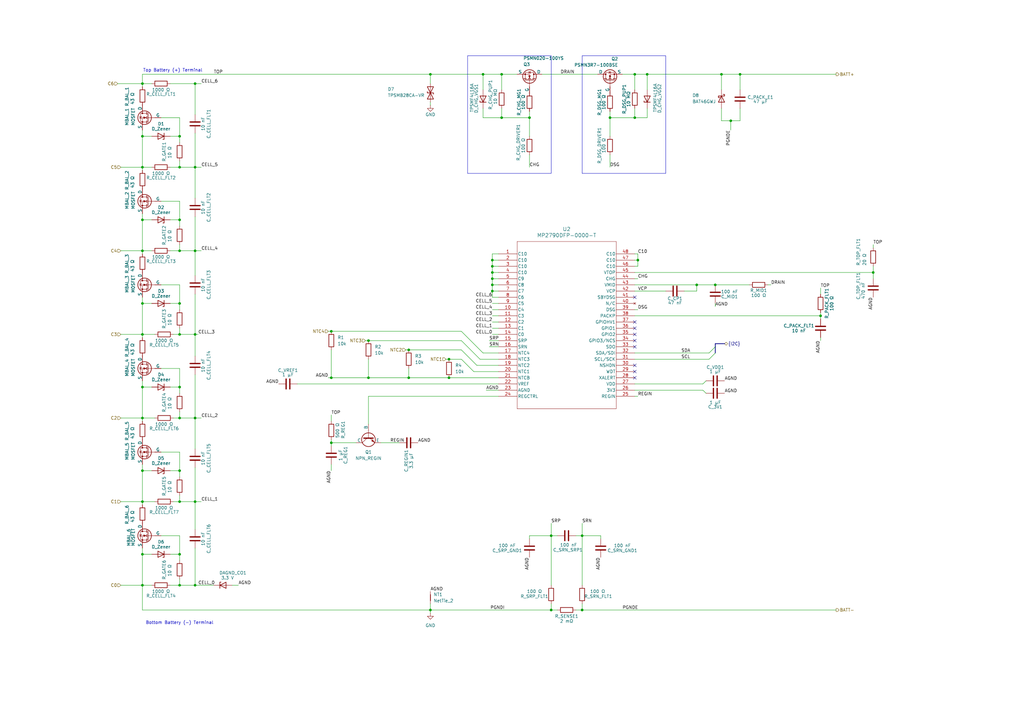
<source format=kicad_sch>
(kicad_sch (version 20250114) (generator "eeschema") (generator_version "9.0")
  (paper "A3")
  (rectangle (start 191.77 22.86) (end 226.06 71.12))
  (rectangle (start 238.76 22.86) (end 273.05 71.12))
  (text "Top Battery (+) Terminal" (at 70.866 28.956 0) (effects (font (size 1.27 1.27))))
  (text "Bottom Battery (-) Terminal" (at 73.66 255.524 0) (effects (font (size 1.27 1.27))))
  (junction (at 285.75 116.84))
  (junction (at 73.66 193.04))
  (junction (at 184.15 147.32))
  (junction (at 58.42 240.03))
  (junction (at 358.14 111.76))
  (junction (at 73.66 171.45))
  (junction (at 176.53 30.48))
  (junction (at 58.42 102.87))
  (junction (at 58.42 137.16))
  (junction (at 58.42 193.04))
  (junction (at 151.13 139.7))
  (junction (at 73.66 68.58))
  (junction (at 260.35 30.48))
  (junction (at 135.89 181.61))
  (junction (at 265.43 30.48))
  (junction (at 58.42 55.88))
  (junction (at 293.37 116.84))
  (junction (at 73.66 205.74))
  (junction (at 58.42 90.17))
  (junction (at 151.13 154.94))
  (junction (at 205.74 48.26))
  (junction (at 201.93 116.84))
  (junction (at 250.19 48.26))
  (junction (at 80.01 68.58))
  (junction (at 73.66 102.87))
  (junction (at 184.15 154.94))
  (junction (at 58.42 124.46))
  (junction (at 58.42 227.33))
  (junction (at 176.53 250.19))
  (junction (at 135.89 135.89))
  (junction (at 80.01 102.87))
  (junction (at 58.42 68.58))
  (junction (at 201.93 106.68))
  (junction (at 58.42 158.75))
  (junction (at 58.42 205.74))
  (junction (at 80.01 205.74))
  (junction (at 73.66 137.16))
  (junction (at 80.01 34.29))
  (junction (at 295.91 30.48))
  (junction (at 260.35 48.26))
  (junction (at 217.17 48.26))
  (junction (at 261.62 106.68))
  (junction (at 238.76 250.19))
  (junction (at 201.93 114.3))
  (junction (at 73.66 240.03))
  (junction (at 167.64 143.51))
  (junction (at 73.66 227.33))
  (junction (at 80.01 171.45))
  (junction (at 135.89 154.94))
  (junction (at 73.66 55.88))
  (junction (at 73.66 90.17))
  (junction (at 201.93 109.22))
  (junction (at 73.66 124.46))
  (junction (at 58.42 34.29))
  (junction (at 299.72 49.53))
  (junction (at 80.01 137.16))
  (junction (at 226.06 250.19))
  (junction (at 167.64 154.94))
  (junction (at 238.76 219.71))
  (junction (at 201.93 119.38))
  (junction (at 303.53 30.48))
  (junction (at 201.93 111.76))
  (junction (at 226.06 219.71))
  (junction (at 198.12 30.48))
  (junction (at 205.74 30.48))
  (junction (at 336.55 129.54))
  (junction (at 73.66 158.75))
  (junction (at 58.42 171.45))
  (junction (at 80.01 240.03))
  (no_connect (at 260.35 137.16))
  (no_connect (at 260.35 152.4))
  (no_connect (at 260.35 142.24))
  (no_connect (at 260.35 134.62))
  (no_connect (at 260.35 132.08))
  (no_connect (at 260.35 149.86))
  (no_connect (at 260.35 154.94))
  (no_connect (at 260.35 121.92))
  (no_connect (at 260.35 139.7))
  (bus_entry (at 290.83 147.32) (size 2.54 -2.54))
  (bus_entry (at 290.83 144.78) (size 2.54 -2.54))
  (wire (pts (xy 151.13 173.99) (xy 151.13 162.56)))
  (wire (pts (xy 66.04 82.55) (xy 73.66 82.55)))
  (wire (pts (xy 201.93 124.46) (xy 204.47 124.46)))
  (wire (pts (xy 69.85 68.58) (xy 73.66 68.58)))
  (wire (pts (xy 69.85 102.87) (xy 73.66 102.87)))
  (wire (pts (xy 73.66 168.91) (xy 73.66 171.45)))
  (wire (pts (xy 217.17 220.98) (xy 217.17 219.71)))
  (wire (pts (xy 82.55 171.45) (xy 80.01 171.45)))
  (wire (pts (xy 73.66 102.87) (xy 80.01 102.87)))
  (wire (pts (xy 73.66 151.13) (xy 73.66 158.75)))
  (bus (pts (xy 293.37 142.24) (xy 293.37 144.78)))
  (wire (pts (xy 80.01 191.77) (xy 80.01 205.74)))
  (wire (pts (xy 201.93 109.22) (xy 201.93 111.76)))
  (wire (pts (xy 250.19 48.26) (xy 250.19 45.72)))
  (wire (pts (xy 358.14 114.3) (xy 358.14 111.76)))
  (wire (pts (xy 260.35 36.83) (xy 260.35 30.48)))
  (wire (pts (xy 336.55 138.43) (xy 336.55 139.7)))
  (wire (pts (xy 149.86 139.7) (xy 151.13 139.7)))
  (wire (pts (xy 69.85 90.17) (xy 73.66 90.17)))
  (wire (pts (xy 195.58 149.86) (xy 189.23 143.51)))
  (wire (pts (xy 358.14 100.33) (xy 358.14 101.6)))
  (wire (pts (xy 58.42 240.03) (xy 58.42 250.19)))
  (wire (pts (xy 73.66 66.04) (xy 73.66 68.58)))
  (wire (pts (xy 198.12 48.26) (xy 205.74 48.26)))
  (wire (pts (xy 135.89 143.51) (xy 135.89 154.94)))
  (wire (pts (xy 260.35 30.48) (xy 265.43 30.48)))
  (wire (pts (xy 166.37 143.51) (xy 167.64 143.51)))
  (wire (pts (xy 58.42 124.46) (xy 58.42 137.16)))
  (wire (pts (xy 82.55 102.87) (xy 80.01 102.87)))
  (wire (pts (xy 250.19 68.58) (xy 250.19 63.5)))
  (wire (pts (xy 69.85 240.03) (xy 73.66 240.03)))
  (wire (pts (xy 222.25 30.48) (xy 245.11 30.48)))
  (wire (pts (xy 236.22 219.71) (xy 238.76 219.71)))
  (wire (pts (xy 176.53 30.48) (xy 176.53 34.29)))
  (wire (pts (xy 73.66 227.33) (xy 73.66 229.87)))
  (wire (pts (xy 261.62 104.14) (xy 261.62 106.68)))
  (wire (pts (xy 295.91 30.48) (xy 303.53 30.48)))
  (wire (pts (xy 62.23 90.17) (xy 58.42 90.17)))
  (wire (pts (xy 80.01 34.29) (xy 80.01 46.99)))
  (wire (pts (xy 73.66 90.17) (xy 73.66 92.71)))
  (wire (pts (xy 260.35 129.54) (xy 336.55 129.54)))
  (wire (pts (xy 261.62 104.14) (xy 260.35 104.14)))
  (wire (pts (xy 201.93 106.68) (xy 201.93 109.22)))
  (wire (pts (xy 58.42 137.16) (xy 63.5 137.16)))
  (wire (pts (xy 265.43 48.26) (xy 265.43 44.45)))
  (wire (pts (xy 62.23 55.88) (xy 58.42 55.88)))
  (wire (pts (xy 217.17 48.26) (xy 217.17 45.72)))
  (wire (pts (xy 80.01 34.29) (xy 82.55 34.29)))
  (wire (pts (xy 58.42 240.03) (xy 62.23 240.03)))
  (wire (pts (xy 201.93 132.08) (xy 204.47 132.08)))
  (wire (pts (xy 58.42 193.04) (xy 58.42 205.74)))
  (wire (pts (xy 176.53 30.48) (xy 198.12 30.48)))
  (wire (pts (xy 205.74 30.48) (xy 212.09 30.48)))
  (wire (pts (xy 62.23 158.75) (xy 58.42 158.75)))
  (wire (pts (xy 73.66 48.26) (xy 73.66 55.88)))
  (wire (pts (xy 358.14 109.22) (xy 358.14 111.76)))
  (wire (pts (xy 58.42 55.88) (xy 58.42 68.58)))
  (wire (pts (xy 201.93 121.92) (xy 204.47 121.92)))
  (wire (pts (xy 238.76 219.71) (xy 238.76 240.03)))
  (wire (pts (xy 156.21 181.61) (xy 163.83 181.61)))
  (wire (pts (xy 69.85 193.04) (xy 73.66 193.04)))
  (wire (pts (xy 261.62 106.68) (xy 261.62 109.22)))
  (wire (pts (xy 58.42 69.85) (xy 58.42 68.58)))
  (wire (pts (xy 303.53 44.45) (xy 303.53 49.53)))
  (wire (pts (xy 226.06 219.71) (xy 228.6 219.71)))
  (wire (pts (xy 260.35 144.78) (xy 290.83 144.78)))
  (wire (pts (xy 238.76 247.65) (xy 238.76 250.19)))
  (wire (pts (xy 97.79 240.03) (xy 95.25 240.03)))
  (wire (pts (xy 69.85 158.75) (xy 73.66 158.75)))
  (wire (pts (xy 66.04 151.13) (xy 73.66 151.13)))
  (wire (pts (xy 198.12 144.78) (xy 189.23 135.89)))
  (wire (pts (xy 261.62 114.3) (xy 260.35 114.3)))
  (bus (pts (xy 293.37 142.24) (xy 293.37 140.97)))
  (wire (pts (xy 201.93 116.84) (xy 201.93 119.38)))
  (wire (pts (xy 200.66 139.7) (xy 204.47 139.7)))
  (wire (pts (xy 194.31 152.4) (xy 189.23 147.32)))
  (wire (pts (xy 261.62 106.68) (xy 260.35 106.68)))
  (wire (pts (xy 73.66 185.42) (xy 73.66 193.04)))
  (wire (pts (xy 71.12 205.74) (xy 73.66 205.74)))
  (wire (pts (xy 62.23 193.04) (xy 58.42 193.04)))
  (wire (pts (xy 69.85 34.29) (xy 80.01 34.29)))
  (wire (pts (xy 167.64 154.94) (xy 184.15 154.94)))
  (wire (pts (xy 285.75 116.84) (xy 293.37 116.84)))
  (wire (pts (xy 58.42 207.01) (xy 58.42 205.74)))
  (wire (pts (xy 201.93 119.38) (xy 201.93 121.92)))
  (wire (pts (xy 293.37 125.73) (xy 293.37 124.46)))
  (wire (pts (xy 80.01 184.15) (xy 80.01 171.45)))
  (wire (pts (xy 299.72 49.53) (xy 303.53 49.53)))
  (wire (pts (xy 200.66 142.24) (xy 204.47 142.24)))
  (wire (pts (xy 134.62 135.89) (xy 135.89 135.89)))
  (wire (pts (xy 184.15 154.94) (xy 204.47 154.94)))
  (wire (pts (xy 176.53 247.65) (xy 176.53 250.19)))
  (wire (pts (xy 80.01 113.03) (xy 80.01 102.87)))
  (wire (pts (xy 81.28 137.16) (xy 80.01 137.16)))
  (wire (pts (xy 196.85 147.32) (xy 204.47 147.32)))
  (wire (pts (xy 285.75 116.84) (xy 285.75 119.38)))
  (wire (pts (xy 58.42 190.5) (xy 58.42 193.04)))
  (wire (pts (xy 80.01 68.58) (xy 80.01 81.28)))
  (wire (pts (xy 66.04 116.84) (xy 73.66 116.84)))
  (wire (pts (xy 66.04 219.71) (xy 73.66 219.71)))
  (wire (pts (xy 182.88 147.32) (xy 184.15 147.32)))
  (wire (pts (xy 295.91 49.53) (xy 299.72 49.53)))
  (wire (pts (xy 151.13 139.7) (xy 189.23 139.7)))
  (wire (pts (xy 303.53 30.48) (xy 342.9 30.48)))
  (wire (pts (xy 71.12 137.16) (xy 73.66 137.16)))
  (wire (pts (xy 167.64 143.51) (xy 189.23 143.51)))
  (wire (pts (xy 260.35 119.38) (xy 273.05 119.38)))
  (wire (pts (xy 260.35 111.76) (xy 358.14 111.76)))
  (wire (pts (xy 184.15 147.32) (xy 189.23 147.32)))
  (wire (pts (xy 58.42 102.87) (xy 62.23 102.87)))
  (wire (pts (xy 49.53 102.87) (xy 58.42 102.87)))
  (wire (pts (xy 73.66 205.74) (xy 80.01 205.74)))
  (wire (pts (xy 58.42 34.29) (xy 62.23 34.29)))
  (wire (pts (xy 255.27 30.48) (xy 260.35 30.48)))
  (wire (pts (xy 58.42 104.14) (xy 58.42 102.87)))
  (wire (pts (xy 71.12 171.45) (xy 73.66 171.45)))
  (wire (pts (xy 151.13 162.56) (xy 204.47 162.56)))
  (wire (pts (xy 73.66 55.88) (xy 73.66 58.42)))
  (wire (pts (xy 73.66 100.33) (xy 73.66 102.87)))
  (wire (pts (xy 62.23 124.46) (xy 58.42 124.46)))
  (wire (pts (xy 295.91 36.83) (xy 295.91 30.48)))
  (wire (pts (xy 134.62 154.94) (xy 135.89 154.94)))
  (wire (pts (xy 238.76 219.71) (xy 246.38 219.71)))
  (wire (pts (xy 260.35 160.02) (xy 288.29 160.02)))
  (wire (pts (xy 336.55 118.11) (xy 336.55 120.65)))
  (wire (pts (xy 238.76 214.63) (xy 238.76 219.71)))
  (wire (pts (xy 201.93 109.22) (xy 204.47 109.22)))
  (wire (pts (xy 201.93 106.68) (xy 204.47 106.68)))
  (wire (pts (xy 62.23 227.33) (xy 58.42 227.33)))
  (wire (pts (xy 303.53 36.83) (xy 303.53 30.48)))
  (wire (pts (xy 73.66 68.58) (xy 80.01 68.58)))
  (wire (pts (xy 260.35 157.48) (xy 288.29 157.48)))
  (wire (pts (xy 201.93 104.14) (xy 201.93 106.68)))
  (wire (pts (xy 285.75 119.38) (xy 280.67 119.38)))
  (wire (pts (xy 246.38 219.71) (xy 246.38 220.98)))
  (wire (pts (xy 238.76 250.19) (xy 342.9 250.19)))
  (wire (pts (xy 58.42 121.92) (xy 58.42 124.46)))
  (wire (pts (xy 80.01 137.16) (xy 80.01 120.65)))
  (wire (pts (xy 288.29 157.48) (xy 289.56 156.21)))
  (wire (pts (xy 198.12 36.83) (xy 198.12 30.48)))
  (wire (pts (xy 135.89 154.94) (xy 151.13 154.94)))
  (wire (pts (xy 49.53 240.03) (xy 58.42 240.03)))
  (wire (pts (xy 265.43 30.48) (xy 295.91 30.48)))
  (wire (pts (xy 176.53 250.19) (xy 226.06 250.19)))
  (wire (pts (xy 265.43 36.83) (xy 265.43 30.48)))
  (wire (pts (xy 336.55 128.27) (xy 336.55 129.54)))
  (wire (pts (xy 295.91 49.53) (xy 295.91 44.45)))
  (wire (pts (xy 73.66 116.84) (xy 73.66 124.46)))
  (wire (pts (xy 316.23 116.84) (xy 314.96 116.84)))
  (wire (pts (xy 80.01 240.03) (xy 87.63 240.03)))
  (wire (pts (xy 201.93 116.84) (xy 204.47 116.84)))
  (wire (pts (xy 58.42 90.17) (xy 58.42 102.87)))
  (wire (pts (xy 194.31 152.4) (xy 204.47 152.4)))
  (wire (pts (xy 176.53 250.19) (xy 176.53 251.46)))
  (wire (pts (xy 217.17 219.71) (xy 226.06 219.71)))
  (wire (pts (xy 261.62 109.22) (xy 260.35 109.22)))
  (wire (pts (xy 58.42 30.48) (xy 58.42 34.29)))
  (wire (pts (xy 196.85 147.32) (xy 189.23 139.7)))
  (wire (pts (xy 198.12 144.78) (xy 204.47 144.78)))
  (wire (pts (xy 151.13 154.94) (xy 167.64 154.94)))
  (wire (pts (xy 201.93 119.38) (xy 204.47 119.38)))
  (wire (pts (xy 205.74 36.83) (xy 205.74 30.48)))
  (wire (pts (xy 121.92 157.48) (xy 204.47 157.48)))
  (wire (pts (xy 73.66 134.62) (xy 73.66 137.16)))
  (wire (pts (xy 201.93 111.76) (xy 201.93 114.3)))
  (wire (pts (xy 226.06 250.19) (xy 226.06 247.65)))
  (wire (pts (xy 80.01 54.61) (xy 80.01 68.58)))
  (wire (pts (xy 58.42 205.74) (xy 63.5 205.74)))
  (bus (pts (xy 293.37 140.97) (xy 297.18 140.97)))
  (wire (pts (xy 198.12 30.48) (xy 205.74 30.48)))
  (wire (pts (xy 226.06 240.03) (xy 226.06 219.71)))
  (wire (pts (xy 80.01 217.17) (xy 80.01 205.74)))
  (wire (pts (xy 293.37 116.84) (xy 307.34 116.84)))
  (wire (pts (xy 135.89 182.88) (xy 135.89 181.61)))
  (wire (pts (xy 201.93 104.14) (xy 204.47 104.14)))
  (wire (pts (xy 58.42 35.56) (xy 58.42 34.29)))
  (wire (pts (xy 82.55 205.74) (xy 80.01 205.74)))
  (wire (pts (xy 261.62 162.56) (xy 260.35 162.56)))
  (wire (pts (xy 49.53 171.45) (xy 58.42 171.45)))
  (wire (pts (xy 73.66 203.2) (xy 73.66 205.74)))
  (wire (pts (xy 135.89 181.61) (xy 146.05 181.61)))
  (wire (pts (xy 151.13 147.32) (xy 151.13 154.94)))
  (wire (pts (xy 48.26 34.29) (xy 58.42 34.29)))
  (wire (pts (xy 58.42 172.72) (xy 58.42 171.45)))
  (wire (pts (xy 250.19 48.26) (xy 250.19 55.88)))
  (wire (pts (xy 69.85 55.88) (xy 73.66 55.88)))
  (wire (pts (xy 217.17 48.26) (xy 205.74 48.26)))
  (wire (pts (xy 201.93 137.16) (xy 204.47 137.16)))
  (wire (pts (xy 58.42 87.63) (xy 58.42 90.17)))
  (wire (pts (xy 201.93 111.76) (xy 204.47 111.76)))
  (wire (pts (xy 201.93 114.3) (xy 201.93 116.84)))
  (wire (pts (xy 80.01 146.05) (xy 80.01 137.16)))
  (wire (pts (xy 167.64 151.13) (xy 167.64 154.94)))
  (wire (pts (xy 135.89 180.34) (xy 135.89 181.61)))
  (wire (pts (xy 73.66 158.75) (xy 73.66 161.29)))
  (wire (pts (xy 336.55 129.54) (xy 336.55 130.81)))
  (wire (pts (xy 69.85 227.33) (xy 73.66 227.33)))
  (wire (pts (xy 201.93 127) (xy 204.47 127)))
  (wire (pts (xy 58.42 227.33) (xy 58.42 240.03)))
  (wire (pts (xy 58.42 156.21) (xy 58.42 158.75)))
  (wire (pts (xy 226.06 219.71) (xy 226.06 214.63)))
  (wire (pts (xy 49.53 205.74) (xy 58.42 205.74)))
  (wire (pts (xy 217.17 48.26) (xy 217.17 55.88)))
  (wire (pts (xy 195.58 149.86) (xy 204.47 149.86)))
  (wire (pts (xy 201.93 134.62) (xy 204.47 134.62)))
  (wire (pts (xy 226.06 250.19) (xy 228.6 250.19)))
  (wire (pts (xy 73.66 219.71) (xy 73.66 227.33)))
  (wire (pts (xy 49.53 68.58) (xy 58.42 68.58)))
  (wire (pts (xy 58.42 30.48) (xy 176.53 30.48)))
  (wire (pts (xy 217.17 68.58) (xy 217.17 63.5)))
  (wire (pts (xy 73.66 137.16) (xy 80.01 137.16)))
  (wire (pts (xy 80.01 240.03) (xy 80.01 224.79)))
  (wire (pts (xy 73.66 240.03) (xy 80.01 240.03)))
  (wire (pts (xy 260.35 44.45) (xy 260.35 48.26)))
  (wire (pts (xy 135.89 135.89) (xy 189.23 135.89)))
  (wire (pts (xy 288.29 160.02) (xy 289.56 161.29)))
  (wire (pts (xy 58.42 53.34) (xy 58.42 55.88)))
  (wire (pts (xy 58.42 250.19) (xy 176.53 250.19)))
  (wire (pts (xy 250.19 48.26) (xy 260.35 48.26)))
  (wire (pts (xy 58.42 68.58) (xy 62.23 68.58)))
  (wire (pts (xy 205.74 44.45) (xy 205.74 48.26)))
  (wire (pts (xy 176.53 43.18) (xy 176.53 41.91)))
  (wire (pts (xy 69.85 124.46) (xy 73.66 124.46)))
  (wire (pts (xy 135.89 193.04) (xy 135.89 190.5)))
  (wire (pts (xy 80.01 88.9) (xy 80.01 102.87)))
  (wire (pts (xy 73.66 82.55) (xy 73.66 90.17)))
  (wire (pts (xy 66.04 185.42) (xy 73.66 185.42)))
  (wire (pts (xy 73.66 237.49) (xy 73.66 240.03)))
  (wire (pts (xy 58.42 224.79) (xy 58.42 227.33)))
  (wire (pts (xy 201.93 129.54) (xy 204.47 129.54)))
  (wire (pts (xy 198.12 44.45) (xy 198.12 48.26)))
  (wire (pts (xy 80.01 153.67) (xy 80.01 171.45)))
  (wire (pts (xy 82.55 68.58) (xy 80.01 68.58)))
  (wire (pts (xy 73.66 171.45) (xy 80.01 171.45)))
  (wire (pts (xy 260.35 147.32) (xy 290.83 147.32)))
  (wire (pts (xy 260.35 48.26) (xy 265.43 48.26)))
  (wire (pts (xy 58.42 158.75) (xy 58.42 171.45)))
  (wire (pts (xy 73.66 193.04) (xy 73.66 195.58)))
  (wire (pts (xy 236.22 250.19) (xy 238.76 250.19)))
  (wire (pts (xy 135.89 170.18) (xy 135.89 172.72)))
  (wire (pts (xy 199.39 160.02) (xy 204.47 160.02)))
  (wire (pts (xy 49.53 137.16) (xy 58.42 137.16)))
  (wire (pts (xy 66.04 48.26) (xy 73.66 48.26)))
  (wire (pts (xy 261.62 127) (xy 260.35 127)))
  (wire (pts (xy 58.42 138.43) (xy 58.42 137.16)))
  (wire (pts (xy 299.72 49.53) (xy 299.72 53.34)))
  (wire (pts (xy 73.66 124.46) (xy 73.66 127)))
  (wire (pts (xy 58.42 171.45) (xy 63.5 171.45)))
  (wire (pts (xy 260.35 116.84) (xy 285.75 116.84)))
  (wire (pts (xy 201.93 114.3) (xy 204.47 114.3)))
  (label "CELL_2" (at 82.55 171.45 0))
  (label "CELL_4" (at 82.55 102.87 0))
  (label "CELL_1" (at 201.93 134.62 180))
  (label "CELL_5" (at 201.93 124.46 180))
  (label "SDA" (at 279.4 144.78 0))
  (label "AGND" (at 297.18 161.29 0))
  (label "CELL_3" (at 81.28 137.16 0))
  (label "CELL_6" (at 82.55 34.29 0))
  (label "AGND" (at 134.62 154.94 180))
  (label "AGND" (at 217.17 228.6 270))
  (label "VCP" (at 261.62 119.38 0))
  (label "AGND" (at 297.18 156.21 0))
  (label "AGND" (at 171.45 181.61 0))
  (label "CHG" (at 261.62 114.3 0))
  (label "TOP" (at 87.63 30.48 0))
  (label "CELL_6" (at 201.93 121.92 180))
  (label "AGND" (at 114.3 157.48 180))
  (label "PGNDE" (at 255.27 250.19 0))
  (label "CELL_0" (at 201.93 137.16 180))
  (label "SRP" (at 200.66 139.7 0))
  (label "REGIN" (at 261.62 162.56 0))
  (label "C10" (at 261.62 104.14 0))
  (label "AGND" (at 293.37 125.73 0))
  (label "DSG" (at 261.62 127 0))
  (label "DSG" (at 250.19 68.58 0))
  (label "SRN" (at 200.66 142.24 0))
  (label "AGND" (at 336.55 139.7 270))
  (label "TOP" (at 358.14 100.33 0))
  (label "PGNDI" (at 207.01 250.19 180))
  (label "REGIN" (at 160.02 181.61 0))
  (label "TOP" (at 135.89 170.18 0))
  (label "CELL_0" (at 81.28 240.03 0))
  (label "CELL_4" (at 201.93 127 180))
  (label "AGND" (at 97.79 240.03 0))
  (label "SRP" (at 226.06 214.63 0))
  (label "AGND" (at 246.38 228.6 270))
  (label "SRN" (at 238.76 214.63 0))
  (label "CHG" (at 217.17 68.58 0))
  (label "AGND" (at 358.14 121.92 270))
  (label "PGNDE" (at 299.72 53.34 270))
  (label "AGND" (at 199.39 160.02 0))
  (label "TOP" (at 336.55 118.11 0))
  (label "CELL_2" (at 201.93 132.08 180))
  (label "CELL_3" (at 201.93 129.54 180))
  (label "SCL" (at 279.4 147.32 0))
  (label "CELL_5" (at 82.55 68.58 0))
  (label "AGND" (at 135.89 193.04 270))
  (label "CELL_1" (at 82.55 205.74 0))
  (label "DRAIN" (at 229.87 30.48 0))
  (label "AGND" (at 176.53 242.57 0))
  (label "DRAIN" (at 316.23 116.84 0))
  (hierarchical_label "BATT+" (shape output) (at 342.9 30.48 0))
  (hierarchical_label "NTC3" (shape input) (at 149.86 139.7 180))
  (hierarchical_label "C0" (shape input) (at 49.53 240.03 180))
  (hierarchical_label "C4" (shape input) (at 49.53 102.87 180))
  (hierarchical_label "NTC4" (shape input) (at 134.62 135.89 180))
  (hierarchical_label "C5" (shape input) (at 49.53 68.58 180))
  (hierarchical_label "{I2C}" (shape bidirectional) (at 297.18 140.97 0))
  (hierarchical_label "C2" (shape input) (at 49.53 171.45 180))
  (hierarchical_label "C6" (shape input) (at 48.26 34.29 180))
  (hierarchical_label "BATT-" (shape output) (at 342.9 250.19 0))
  (hierarchical_label "NTC1" (shape input) (at 182.88 147.32 180))
  (hierarchical_label "C3" (shape input) (at 49.53 137.16 180))
  (hierarchical_label "C1" (shape input) (at 49.53 205.74 180))
  (hierarchical_label "NTC2" (shape input) (at 166.37 143.51 180))
  (symbol (lib_id "Device:R") (at 250.19 41.91 180) (unit 1)
    (property "Reference" "R_DSG_MG1" (at 245.872 41.91 90))
    (property "Value" "100 Ω" (at 247.65 41.91 90))
    (property "Footprint" "Resistor_SMD:R_0603_1608Metric" (effects (hide yes)))
    (property "Datasheet" "https://www.susumu.co.jp/dl/?filename=n_catalog_partition01_en.pdf&type=application/pdf" (effects (hide yes)))
    (property "Description" "RES SMD 100 OHM 0.1% 1/10W 0603" (effects (hide yes)))
    (property "MFR" "Susumu" (effects (hide yes)))
    (property "MFR P/N" "RG1608P-101-B-T5" (effects (hide yes)))
    (property "Supplier_1" "DigiKey" (effects (hide yes)))
    (property "Supplier_1 P/N" "RG16P100BTR-ND" (effects (hide yes)))
    (property "Supplier_1 Price @ QTY" "0.10" (effects (hide yes)))
    (property "Supplier_1 Unit Price" "1" (effects (hide yes)))
  )
  (symbol (lib_id "Device:D_Zener") (at 66.04 124.46 180) (unit 1)
    (property "Reference" "D3" (at 66.04 119.38 0))
    (property "Value" "D_Zener" (at 66.04 121.412 0))
    (property "Footprint" "Diode_SMD:D_SMA" (effects (hide yes)))
    (property "Datasheet" "https://www.diodes.com/assets/Datasheets/SMAJ5.0CAQ-SMAJ200CAQ.pdf" (effects (hide yes)))
    (property "Description" "Zener diode" (effects (hide yes)))
    (property "Mfr" "Diodes Incorporated" (effects (hide yes)))
    (property "Mfr P/N" "SMAJ5.0CAQ-13-F" (effects (hide yes)))
    (property "Supplier_1" "Digikey" (effects (hide yes)))
    (property "Supplier_1 P/N" "31-SMAJ5.0CAQ-13-FTR-ND" (effects (hide yes)))
    (property "Supplier_1 Unit Price" "0.41" (effects (hide yes)))
    (property "Supplier_1 Price @ Qty" "1" (effects (hide yes)))
  )
  (symbol (lib_id "Device:R") (at 67.31 205.74 90) (unit 1)
    (property "Reference" "R_CELL_FLT7" (at 67.31 210.058 90))
    (property "Value" "1000 Ω" (at 67.31 208.28 90))
    (property "Footprint" "Resistor_SMD:R_0603_1608Metric" (effects (hide yes)))
    (property "Datasheet" "https://industrial.panasonic.com/cdbs/www-data/pdf/RDM0000/AOA0000C307.pdf" (effects (hide yes)))
    (property "Description" "RES SMD 1K OHM 0.1% 1/10W 0603" (effects (hide yes)))
    (property "MFR" "Panasonic Electronic Components" (effects (hide yes)))
    (property "MFR P/N" "ERA-3AEB102V" (effects (hide yes)))
    (property "Supplier_1" "DigiKey" (effects (hide yes)))
    (property "Supplier_1 P/N" "P1.0KDBTR-ND" (effects (hide yes)))
    (property "Supplier_1 Price @ QTY" "1" (effects (hide yes)))
    (property "Supplier_1 Unit Price" "0.1" (effects (hide yes)))
  )
  (symbol (lib_id "Device:C") (at 293.37 120.65 0) (unit 1)
    (property "Reference" "C_MID1" (at 299.212 121.666 0))
    (property "Value" "100 nF" (at 299.212 119.634 0))
    (property "Footprint" "Capacitor_SMD:C_1206_3216Metric" (effects (hide yes)))
    (property "Datasheet" "https://search.murata.co.jp/Ceramy/image/img/A01X/G101/ENG/GCM31C5C1H104FA16-01.pdf" (effects (hide yes)))
    (property "Description" "CAP CER 0.1UF 50V C0G/NP0 1206" (effects (hide yes)))
    (property "MFR" "Murata Electronics" (effects (hide yes)))
    (property "MFR P/N" "GCM31C5C1H104FA16L" (effects (hide yes)))
    (property "Supplier_1" "DigiKey" (effects (hide yes)))
    (property "Supplier_1 P/N" "490-GCM31C5C1H104FA16LTR-ND" (effects (hide yes)))
    (property "Supplier_1 Price @ QTY" "0.98" (effects (hide yes)))
    (property "Supplier_1 Unit Price" "1" (effects (hide yes)))
  )
  (symbol (lib_id "Device:R") (at 135.89 176.53 180) (unit 1)
    (property "Reference" "R_REG1" (at 140.716 176.276 90))
    (property "Value" "500 Ω" (at 138.43 176.53 90))
    (property "Footprint" "Resistor_SMD:R_0603_1608Metric" (effects (hide yes)))
    (property "Datasheet" "https://www.yageo.com/upload/media/product/app/datasheet/rchip/pyu-rt_1-to-0.01_rohs_l.pdf" (effects (hide yes)))
    (property "Description" "RES 500 OHM 0.1% 1/10W 0603" (effects (hide yes)))
    (property "MFR" "YAGEO" (effects (hide yes)))
    (property "MFR P/N" "RT0603BRD07500RL" (effects (hide yes)))
    (property "Supplier_1" "DigiKey" (effects (hide yes)))
    (property "Supplier_1 P/N" "13-RT0603BRD07500RLTR-ND" (effects (hide yes)))
    (property "Supplier_1 Price @ QTY" "0.10" (effects (hide yes)))
    (property "Supplier_1 Unit Price" "1" (effects (hide yes)))
  )
  (symbol (lib_id "Device:R") (at 73.66 130.81 180) (unit 1)
    (property "Reference" "R_GATE3" (at 67.31 130.81 90))
    (property "Value" "10 Ω" (at 69.596 131.064 90))
    (property "Footprint" "Resistor_SMD:R_0603_1608Metric" (effects (hide yes)))
    (property "Datasheet" "https://www.seielect.com/catalog/SEI-RNCE.pdf" (effects (hide yes)))
    (property "Description" "RES PREC, 0603, 10 OHM,  0.1%, 2" (effects (hide yes)))
    (property "MFR" "Stackpole Electronics Inc" (effects (hide yes)))
    (property "MFR P/N" "RNCE0603BTE10R0" (effects (hide yes)))
    (property "Supplier_1" "DigiKey" (effects (hide yes)))
    (property "Supplier_1 P/N" "738-RNCE0603BTE10R0TR-ND" (effects (hide yes)))
    (property "Supplier_1 Price @ QTY" "1" (effects (hide yes)))
    (property "Supplier_1 Unit Price" "0.12" (effects (hide yes)))
  )
  (symbol (lib_id "Device:R") (at 238.76 243.84 0) (unit 1)
    (property "Reference" "R_SRN_FLT1" (at 245.364 244.602 0))
    (property "Value" "100 Ω" (at 245.11 242.57 0))
    (property "Footprint" "Resistor_SMD:R_0603_1608Metric" (effects (hide yes)))
    (property "Datasheet" "https://www.susumu.co.jp/dl/?filename=n_catalog_partition01_en.pdf&type=application/pdf" (effects (hide yes)))
    (property "Description" "RES SMD 100 OHM 0.1% 1/10W 0603" (effects (hide yes)))
    (property "MFR" "Susumu" (effects (hide yes)))
    (property "MFR P/N" "RG1608P-101-B-T5" (effects (hide yes)))
    (property "Supplier_1" "DigiKey" (effects (hide yes)))
    (property "Supplier_1 P/N" "RG16P100BTR-ND" (effects (hide yes)))
    (property "Supplier_1 Price @ QTY" "0.10" (effects (hide yes)))
    (property "Supplier_1 Unit Price" "1" (effects (hide yes)))
  )
  (symbol (lib_id "Device:D_Zener") (at 66.04 193.04 180) (unit 1)
    (property "Reference" "D5" (at 66.04 187.96 0))
    (property "Value" "D_Zener" (at 66.04 189.992 0))
    (property "Footprint" "Diode_SMD:D_SMA" (effects (hide yes)))
    (property "Datasheet" "https://www.diodes.com/assets/Datasheets/SMAJ5.0CAQ-SMAJ200CAQ.pdf" (effects (hide yes)))
    (property "Description" "Zener diode" (effects (hide yes)))
    (property "Mfr" "Diodes Incorporated" (effects (hide yes)))
    (property "Mfr P/N" "SMAJ5.0CAQ-13-F" (effects (hide yes)))
    (property "Supplier_1" "Digikey" (effects (hide yes)))
    (property "Supplier_1 P/N" "31-SMAJ5.0CAQ-13-FTR-ND" (effects (hide yes)))
    (property "Supplier_1 Unit Price" "0.41" (effects (hide yes)))
    (property "Supplier_1 Price @ Qty" "1" (effects (hide yes)))
  )
  (symbol (lib_id "Device:R") (at 73.66 199.39 180) (unit 1)
    (property "Reference" "R_GATE5" (at 67.31 199.39 90))
    (property "Value" "10 Ω" (at 69.596 199.644 90))
    (property "Footprint" "Resistor_SMD:R_0603_1608Metric" (effects (hide yes)))
    (property "Datasheet" "https://www.seielect.com/catalog/SEI-RNCE.pdf" (effects (hide yes)))
    (property "Description" "RES PREC, 0603, 10 OHM,  0.1%, 2" (effects (hide yes)))
    (property "MFR" "Stackpole Electronics Inc" (effects (hide yes)))
    (property "MFR P/N" "RNCE0603BTE10R0" (effects (hide yes)))
    (property "Supplier_1" "DigiKey" (effects (hide yes)))
    (property "Supplier_1 P/N" "738-RNCE0603BTE10R0TR-ND" (effects (hide yes)))
    (property "Supplier_1 Price @ QTY" "1" (effects (hide yes)))
    (property "Supplier_1 Unit Price" "0.12" (effects (hide yes)))
  )
  (symbol (lib_id "Device:C") (at 293.37 156.21 90) (unit 1)
    (property "Reference" "C_VDD1" (at 293.37 150.622 90))
    (property "Value" "1 μF" (at 293.37 152.4 90))
    (property "Footprint" "Capacitor_SMD:C_0805_2012Metric" (effects (hide yes)))
    (property "Datasheet" "https://www.yageogroup.com/content/datasheet/asset/file/UPY-GPHC_X7R_6_3V-TO-250V" (effects (hide yes)))
    (property "Description" "CAP CER 1UF 50V X7R 0805" (effects (hide yes)))
    (property "MFR" "YAGEO" (effects (hide yes)))
    (property "MFR P/N" "CC0805JKX7R9BB105" (effects (hide yes)))
    (property "Supplier_1" "DigiKey" (effects (hide yes)))
    (property "Supplier_1 P/N" "311-3498-2-ND" (effects (hide yes)))
    (property "Supplier_1 Price @ QTY" "0.29" (effects (hide yes)))
    (property "Supplier_1 Unit Price" "1" (effects (hide yes)))
  )
  (symbol (lib_id "Device:R") (at 58.42 73.66 180) (unit 1)
    (property "Reference" "R_BAL_2" (at 52.07 73.914 90))
    (property "Value" "43 Ω" (at 54.356 74.676 90))
    (property "Footprint" "Resistor_SMD:R_2512_6332Metric" (effects (hide yes)))
    (property "Datasheet" "https://www.yageogroup.com/content/datasheet/asset/file/PYU-RC_GROUP_51_ROHS_L" (effects (hide yes)))
    (property "Description" "RES 43 OHM 1% 1W 2512" (effects (hide yes)))
    (property "MFR" "YAGEO" (effects (hide yes)))
    (property "MFR P/N" "RC2512FK-0743RL" (effects (hide yes)))
    (property "Supplier_1" "DigiKey" (effects (hide yes)))
    (property "Supplier_1 P/N" "13-RC2512FK-0743RLTR-ND" (effects (hide yes)))
    (property "Supplier_1 Price @ QTY" "1" (effects (hide yes)))
    (property "Supplier_1 Unit Price" "0.21" (effects (hide yes)))
  )
  (symbol (lib_id "Device:R") (at 67.31 171.45 90) (unit 1)
    (property "Reference" "R_CELL_FLT6" (at 67.31 175.768 90))
    (property "Value" "1000 Ω" (at 67.31 173.99 90))
    (property "Footprint" "Resistor_SMD:R_0603_1608Metric" (effects (hide yes)))
    (property "Datasheet" "https://industrial.panasonic.com/cdbs/www-data/pdf/RDM0000/AOA0000C307.pdf" (effects (hide yes)))
    (property "Description" "RES SMD 1K OHM 0.1% 1/10W 0603" (effects (hide yes)))
    (property "MFR" "Panasonic Electronic Components" (effects (hide yes)))
    (property "MFR P/N" "ERA-3AEB102V" (effects (hide yes)))
    (property "Supplier_1" "DigiKey" (effects (hide yes)))
    (property "Supplier_1 P/N" "P1.0KDBTR-ND" (effects (hide yes)))
    (property "Supplier_1 Price @ QTY" "1" (effects (hide yes)))
    (property "Supplier_1 Unit Price" "0.1" (effects (hide yes)))
  )
  (symbol (lib_id "Simulation_SPICE:NMOS") (at 60.96 116.84 0) (mirror y) (unit 1)
    (property "Reference" "MBAL_3" (at 52.07 120.142 90) (effects (justify left)))
    (property "Value" "MOSFET" (at 54.61 120.142 90) (effects (justify left)))
    (property "Footprint" "_BMS:SC70-6" (effects (hide yes)))
    (property "Datasheet" "https://www.vishay.com/docs/75570/sq1464eeh.pdf" (effects (hide yes)))
    (property "Description" "MOSFET N-CH 60V 440MA SC70-6" (effects (hide yes)))
    (property "Sim.Device" "NMOS" (effects (hide yes)))
    (property "Sim.Type" "VDMOS" (effects (hide yes)))
    (property "Sim.Pins" "1=D 2=G 3=S" (effects (hide yes)))
    (property "MFR" "Vishay Siliconix" (effects (hide yes)))
    (property "MFR P/N" "SQ1464EEH-T1_GE3" (effects (hide yes)))
    (property "Supplier_1" "Digikey" (effects (hide yes)))
    (property "Supplier_1 P/N" "SQ1464EEH-T1_GE3TR-ND" (effects (hide yes)))
    (property "Supplier_1 Price @ QTY" "1" (effects (hide yes)))
    (property "Supplier_1 Unit Price" "0.62" (effects (hide yes)))
  )
  (symbol (lib_id "Device:R") (at 66.04 240.03 90) (unit 1)
    (property "Reference" "R_CELL_FLT4" (at 66.04 244.348 90))
    (property "Value" "1000 Ω" (at 66.04 242.57 90))
    (property "Footprint" "Resistor_SMD:R_0603_1608Metric" (effects (hide yes)))
    (property "Datasheet" "https://industrial.panasonic.com/cdbs/www-data/pdf/RDM0000/AOA0000C307.pdf" (effects (hide yes)))
    (property "Description" "RES SMD 1K OHM 0.1% 1/10W 0603" (effects (hide yes)))
    (property "MFR" "Panasonic Electronic Components" (effects (hide yes)))
    (property "MFR P/N" "ERA-3AEB102V" (effects (hide yes)))
    (property "Supplier_1" "DigiKey" (effects (hide yes)))
    (property "Supplier_1 P/N" "P1.0KDBTR-ND" (effects (hide yes)))
    (property "Supplier_1 Price @ QTY" "1" (effects (hide yes)))
    (property "Supplier_1 Unit Price" "0.1" (effects (hide yes)))
  )
  (symbol (lib_id "Device:C") (at 293.37 161.29 270) (unit 1)
    (property "Reference" "C_3V1" (at 293.37 166.878 90))
    (property "Value" "1 μF" (at 293.37 165.1 90))
    (property "Footprint" "Capacitor_SMD:C_0805_2012Metric" (effects (hide yes)))
    (property "Datasheet" "https://www.yageogroup.com/content/datasheet/asset/file/UPY-GPHC_X7R_6_3V-TO-250V" (effects (hide yes)))
    (property "Description" "CAP CER 1UF 50V X7R 0805" (effects (hide yes)))
    (property "MFR" "YAGEO" (effects (hide yes)))
    (property "MFR P/N" "CC0805JKX7R9BB105" (effects (hide yes)))
    (property "Supplier_1" "DigiKey" (effects (hide yes)))
    (property "Supplier_1 P/N" "311-3498-2-ND" (effects (hide yes)))
    (property "Supplier_1 Price @ QTY" "0.29" (effects (hide yes)))
    (property "Supplier_1 Unit Price" "1" (effects (hide yes)))
  )
  (symbol (lib_id "Device:R") (at 58.42 176.53 180) (unit 1)
    (property "Reference" "R_BAL_5" (at 52.07 176.784 90))
    (property "Value" "43 Ω" (at 54.356 177.546 90))
    (property "Footprint" "Resistor_SMD:R_2512_6332Metric" (effects (hide yes)))
    (property "Datasheet" "https://www.yageogroup.com/content/datasheet/asset/file/PYU-RC_GROUP_51_ROHS_L" (effects (hide yes)))
    (property "Description" "RES 43 OHM 1% 1W 2512" (effects (hide yes)))
    (property "MFR" "YAGEO" (effects (hide yes)))
    (property "MFR P/N" "RC2512FK-0743RL" (effects (hide yes)))
    (property "Supplier_1" "DigiKey" (effects (hide yes)))
    (property "Supplier_1 P/N" "13-RC2512FK-0743RLTR-ND" (effects (hide yes)))
    (property "Supplier_1 Price @ QTY" "1" (effects (hide yes)))
    (property "Supplier_1 Unit Price" "0.21" (effects (hide yes)))
  )
  (symbol (lib_id "Simulation_SPICE:NMOS") (at 250.19 33.02 90) (unit 1)
    (property "Reference" "Q2" (at 253.492 24.13 90) (effects (justify left)))
    (property "Value" "PSMN3R7-100BSE" (at 253.492 26.67 90) (effects (justify left)))
    (property "Footprint" "Package_TO_SOT_SMD:TO-263-2" (effects (hide yes)))
    (property "Datasheet" "https://ngspice.sourceforge.io/docs/ngspice-html-manual/manual.xhtml#cha_MOSFETs" (effects (hide yes)))
    (property "Description" "N-MOSFET transistor, drain/source/gate" (effects (hide yes)))
    (property "Sim.Device" "NMOS" (effects (hide yes)))
    (property "Sim.Type" "VDMOS" (effects (hide yes)))
    (property "Sim.Pins" "1=D 2=G 3=S" (effects (hide yes)))
    (property "MFR" "Nexperia USA Inc." (effects (hide yes)))
    (property "MFR P/N" "PSMN3R7-100BSEJ" (effects (hide yes)))
    (property "Supplier_1" "Digikey" (effects (hide yes)))
    (property "Supplier_1 P/N" "1727-PSMN3R7-100BSEJTR-ND" (effects (hide yes)))
    (property "Supplier_1 Price @ QTY" "1" (effects (hide yes)))
    (property "Supplier_1 Unit Price" "6.51" (effects (hide yes)))
  )
  (symbol (lib_id "Device:C") (at 80.01 220.98 0) (unit 1)
    (property "Reference" "C_CELL_FLT6" (at 85.598 220.98 90))
    (property "Value" "10 nF" (at 83.312 220.98 90))
    (property "Footprint" "Capacitor_SMD:C_0603_1608Metric" (effects (hide yes)))
    (property "Datasheet" "https://www.yageogroup.com/content/datasheet/asset/file/KEM_C1087_U2J_FT-CAP_SMD" (effects (hide yes)))
    (property "Description" "CAP CER 10000PF 50V U2J 0603" (effects (hide yes)))
    (property "MFR" "KEMET" (effects (hide yes)))
    (property "MFR P/N" "C0603X103F5JACTU" (effects (hide yes)))
    (property "Supplier_1" "DigiKey" (effects (hide yes)))
    (property "Supplier_1 P/N" "399-13405-2-ND" (effects (hide yes)))
    (property "Supplier_1 Price @ QTY" "1" (effects (hide yes)))
    (property "Supplier_1 Unit Price" "0.93" (effects (hide yes)))
  )
  (symbol (lib_id "Simulation_SPICE:NPN") (at 151.13 179.07 90) (mirror x) (unit 1)
    (property "Reference" "Q1" (at 151.13 185.42 90))
    (property "Value" "NPN_REGIN" (at 151.13 187.96 90))
    (property "Datasheet" "https://ngspice.sourceforge.io/docs/ngspice-html-manual/manual.xhtml#cha_BJTs" (effects (hide yes)))
    (property "Description" "Bipolar transistor symbol for simulation only, substrate tied to the emitter" (effects (hide yes)))
    (property "Sim.Device" "NPN" (effects (hide yes)))
    (property "Sim.Type" "GUMMELPOON" (effects (hide yes)))
    (property "Sim.Pins" "1=C 2=B 3=E" (effects (hide yes)))
  )
  (symbol (lib_id "Device:R") (at 58.42 142.24 180) (unit 1)
    (property "Reference" "R_BAL_4" (at 52.07 142.494 90))
    (property "Value" "43 Ω" (at 54.356 143.256 90))
    (property "Footprint" "Resistor_SMD:R_2512_6332Metric" (effects (hide yes)))
    (property "Datasheet" "https://www.yageogroup.com/content/datasheet/asset/file/PYU-RC_GROUP_51_ROHS_L" (effects (hide yes)))
    (property "Description" "RES 43 OHM 1% 1W 2512" (effects (hide yes)))
    (property "MFR" "YAGEO" (effects (hide yes)))
    (property "MFR P/N" "RC2512FK-0743RL" (effects (hide yes)))
    (property "Supplier_1" "DigiKey" (effects (hide yes)))
    (property "Supplier_1 P/N" "13-RC2512FK-0743RLTR-ND" (effects (hide yes)))
    (property "Supplier_1 Price @ QTY" "1" (effects (hide yes)))
    (property "Supplier_1 Unit Price" "0.21" (effects (hide yes)))
  )
  (symbol (lib_id "Device:C") (at 246.38 224.79 180) (unit 1)
    (property "Reference" "C_SRN_GND1" (at 255.27 225.806 0))
    (property "Value" "100 nF" (at 255.27 223.774 0))
    (property "Footprint" "Capacitor_SMD:C_1206_3216Metric" (effects (hide yes)))
    (property "Datasheet" "https://search.murata.co.jp/Ceramy/image/img/A01X/G101/ENG/GCM31C5C1H104FA16-01.pdf" (effects (hide yes)))
    (property "Description" "CAP CER 0.1UF 50V C0G/NP0 1206" (effects (hide yes)))
    (property "MFR" "Murata Electronics" (effects (hide yes)))
    (property "MFR P/N" "GCM31C5C1H104FA16L" (effects (hide yes)))
    (property "Supplier_1" "DigiKey" (effects (hide yes)))
    (property "Supplier_1 P/N" "490-GCM31C5C1H104FA16LTR-ND" (effects (hide yes)))
    (property "Supplier_1 Price @ QTY" "0.98" (effects (hide yes)))
    (property "Supplier_1 Unit Price" "1" (effects (hide yes)))
  )
  (symbol (lib_id "Device:C") (at 135.89 186.69 0) (unit 1)
    (property "Reference" "C_REG1" (at 141.732 186.69 90))
    (property "Value" "1 μF" (at 139.7 186.69 90))
    (property "Footprint" "Capacitor_SMD:C_0805_2012Metric" (effects (hide yes)))
    (property "Datasheet" "https://www.yageogroup.com/content/datasheet/asset/file/UPY-GPHC_X7R_6_3V-TO-250V" (effects (hide yes)))
    (property "Description" "CAP CER 1UF 50V X7R 0805" (effects (hide yes)))
    (property "MFR" "YAGEO" (effects (hide yes)))
    (property "MFR P/N" "CC0805JKX7R9BB105" (effects (hide yes)))
    (property "Supplier_1" "DigiKey" (effects (hide yes)))
    (property "Supplier_1 P/N" "311-3498-2-ND" (effects (hide yes)))
    (property "Supplier_1 Price @ QTY" "0.29" (effects (hide yes)))
    (property "Supplier_1 Unit Price" "1" (effects (hide yes)))
  )
  (symbol (lib_id "Device:C") (at 167.64 181.61 270) (unit 1)
    (property "Reference" "C_REGIN1" (at 166.624 188.976 0))
    (property "Value" "3.3 μF" (at 168.656 188.976 0))
    (property "Footprint" "Capacitor_SMD:C_1210_3225Metric" (effects (hide yes)))
    (property "Datasheet" "https://datasheets.kyocera-avx.com/X7RDielectric.pdf" (effects (hide yes)))
    (property "Description" "CAP CER 3.3UF 50V X7R 1210" (effects (hide yes)))
    (property "MFR" "KYOCERA AVX" (effects (hide yes)))
    (property "MFR P/N" "12105C335JAT2A" (effects (hide yes)))
    (property "Supplier_1" "DigiKey" (effects (hide yes)))
    (property "Supplier_1 P/N" "478-12105C335JAT2ATR-ND" (effects (hide yes)))
    (property "Supplier_1 Price @ QTY" "0.86" (effects (hide yes)))
    (property "Supplier_1 Unit Price" "1" (effects (hide yes)))
  )
  (symbol (lib_id "Device:C") (at 232.41 219.71 270) (unit 1)
    (property "Reference" "C_SRN_SRP1" (at 232.918 225.552 90))
    (property "Value" "100 nF" (at 233.172 223.52 90))
    (property "Footprint" "Capacitor_SMD:C_1206_3216Metric" (effects (hide yes)))
    (property "Datasheet" "https://search.murata.co.jp/Ceramy/image/img/A01X/G101/ENG/GCM31C5C1H104FA16-01.pdf" (effects (hide yes)))
    (property "Description" "CAP CER 0.1UF 50V C0G/NP0 1206" (effects (hide yes)))
    (property "MFR" "Murata Electronics" (effects (hide yes)))
    (property "MFR P/N" "GCM31C5C1H104FA16L" (effects (hide yes)))
    (property "Supplier_1" "DigiKey" (effects (hide yes)))
    (property "Supplier_1 P/N" "490-GCM31C5C1H104FA16LTR-ND" (effects (hide yes)))
    (property "Supplier_1 Price @ QTY" "0.98" (effects (hide yes)))
    (property "Supplier_1 Unit Price" "1" (effects (hide yes)))
  )
  (symbol (lib_id "Device:C") (at 303.53 40.64 0) (unit 1)
    (property "Reference" "C_PACK_E1" (at 311.912 39.878 0))
    (property "Value" "47 μF" (at 311.912 41.656 0))
    (property "Footprint" "Capacitor_SMD:C_1206_3216Metric" (effects (hide yes)))
    (property "Datasheet" "https://content.kemet.com/datasheets/KEM_A4125_A785.pdf" (effects (hide yes)))
    (property "Description" "CAP1206 COG .047UF 1% 100V" (effects (hide yes)))
    (property "MFR" "KEMET" (effects (hide yes)))
    (property "MFR P/N" "A785KN476M1JLAS045" (effects (hide yes)))
    (property "Supplier_1" "DigiKey" (effects (hide yes)))
    (property "Supplier_1 P/N" "399-A785KN476M1JLAS045TR-ND" (effects (hide yes)))
    (property "Supplier_1 Price @ QTY" "0.97" (effects (hide yes)))
    (property "Supplier_1 Unit Price" "1" (effects (hide yes)))
  )
  (symbol (lib_id "Device:R") (at 250.19 59.69 180) (unit 1)
    (property "Reference" "R_DSG_DRIVER1" (at 245.872 59.69 90))
    (property "Value" "100 Ω" (at 247.65 59.69 90))
    (property "Footprint" "Resistor_SMD:R_0603_1608Metric" (effects (hide yes)))
    (property "Datasheet" "https://www.susumu.co.jp/dl/?filename=n_catalog_partition01_en.pdf&type=application/pdf" (effects (hide yes)))
    (property "Description" "RES SMD 100 OHM 0.1% 1/10W 0603" (effects (hide yes)))
    (property "MFR" "Susumu" (effects (hide yes)))
    (property "MFR P/N" "RG1608P-101-B-T5" (effects (hide yes)))
    (property "Supplier_1" "DigiKey" (effects (hide yes)))
    (property "Supplier_1 P/N" "RG16P100BTR-ND" (effects (hide yes)))
    (property "Supplier_1 Price @ QTY" "0.10" (effects (hide yes)))
    (property "Supplier_1 Unit Price" "1" (effects (hide yes)))
  )
  (symbol (lib_id "Simulation_SPICE:NMOS") (at 60.96 185.42 0) (mirror y) (unit 1)
    (property "Reference" "MBAL_5" (at 52.07 188.722 90) (effects (justify left)))
    (property "Value" "MOSFET" (at 54.61 188.722 90) (effects (justify left)))
    (property "Footprint" "_BMS:SC70-6" (effects (hide yes)))
    (property "Datasheet" "https://www.vishay.com/docs/75570/sq1464eeh.pdf" (effects (hide yes)))
    (property "Description" "MOSFET N-CH 60V 440MA SC70-6" (effects (hide yes)))
    (property "Sim.Device" "NMOS" (effects (hide yes)))
    (property "Sim.Type" "VDMOS" (effects (hide yes)))
    (property "Sim.Pins" "1=D 2=G 3=S" (effects (hide yes)))
    (property "MFR" "Vishay Siliconix" (effects (hide yes)))
    (property "MFR P/N" "SQ1464EEH-T1_GE3" (effects (hide yes)))
    (property "Supplier_1" "Digikey" (effects (hide yes)))
    (property "Supplier_1 P/N" "SQ1464EEH-T1_GE3TR-ND" (effects (hide yes)))
    (property "Supplier_1 Price @ QTY" "1" (effects (hide yes)))
    (property "Supplier_1 Unit Price" "0.62" (effects (hide yes)))
  )
  (symbol (lib_id "Device:R") (at 73.66 233.68 180) (unit 1)
    (property "Reference" "R_GATE6" (at 67.31 233.68 90))
    (property "Value" "10 Ω" (at 69.596 233.934 90))
    (property "Footprint" "Resistor_SMD:R_0603_1608Metric" (effects (hide yes)))
    (property "Datasheet" "https://www.seielect.com/catalog/SEI-RNCE.pdf" (effects (hide yes)))
    (property "Description" "RES PREC, 0603, 10 OHM,  0.1%, 2" (effects (hide yes)))
    (property "MFR" "Stackpole Electronics Inc" (effects (hide yes)))
    (property "MFR P/N" "RNCE0603BTE10R0" (effects (hide yes)))
    (property "Supplier_1" "DigiKey" (effects (hide yes)))
    (property "Supplier_1 P/N" "738-RNCE0603BTE10R0TR-ND" (effects (hide yes)))
    (property "Supplier_1 Price @ QTY" "1" (effects (hide yes)))
    (property "Supplier_1 Unit Price" "0.12" (effects (hide yes)))
  )
  (symbol (lib_id "Device:D_Zener") (at 66.04 90.17 180) (unit 1)
    (property "Reference" "D2" (at 66.04 85.09 0))
    (property "Value" "D_Zener" (at 66.04 87.122 0))
    (property "Footprint" "Diode_SMD:D_SMA" (effects (hide yes)))
    (property "Datasheet" "https://www.diodes.com/assets/Datasheets/SMAJ5.0CAQ-SMAJ200CAQ.pdf" (effects (hide yes)))
    (property "Description" "Zener diode" (effects (hide yes)))
    (property "Mfr" "Diodes Incorporated" (effects (hide yes)))
    (property "Mfr P/N" "SMAJ5.0CAQ-13-F" (effects (hide yes)))
    (property "Supplier_1" "Digikey" (effects (hide yes)))
    (property "Supplier_1 P/N" "31-SMAJ5.0CAQ-13-FTR-ND" (effects (hide yes)))
    (property "Supplier_1 Unit Price" "0.41" (effects (hide yes)))
    (property "Supplier_1 Price @ Qty" "1" (effects (hide yes)))
  )
  (symbol (lib_id "Device:R") (at 66.04 34.29 90) (unit 1)
    (property "Reference" "R_CELL_FLT1" (at 66.04 38.608 90))
    (property "Value" "1000 Ω" (at 66.04 36.83 90))
    (property "Footprint" "Resistor_SMD:R_0603_1608Metric" (effects (hide yes)))
    (property "Datasheet" "https://industrial.panasonic.com/cdbs/www-data/pdf/RDM0000/AOA0000C307.pdf" (effects (hide yes)))
    (property "Description" "RES SMD 1K OHM 0.1% 1/10W 0603" (effects (hide yes)))
    (property "MFR" "Panasonic Electronic Components" (effects (hide yes)))
    (property "MFR P/N" "ERA-3AEB102V" (effects (hide yes)))
    (property "Supplier_1" "DigiKey" (effects (hide yes)))
    (property "Supplier_1 P/N" "P1.0KDBTR-ND" (effects (hide yes)))
    (property "Supplier_1 Price @ QTY" "1" (effects (hide yes)))
    (property "Supplier_1 Unit Price" "0.1" (effects (hide yes)))
  )
  (symbol (lib_id "Device:C") (at 276.86 119.38 90) (unit 1)
    (property "Reference" "C_CP1" (at 276.86 122.428 90))
    (property "Value" "47 nF" (at 276.86 124.206 90))
    (property "Footprint" "Capacitor_SMD:C_1206_3216Metric" (effects (hide yes)))
    (property "Datasheet" "https://calchip.com/wp-content/uploads/2025/07/GMC-Series-1.pdf?_gl=1*9dhmp4*_ga*MTA2OTMyOTAyNy4xNzQ1ODUyMjAx*_ga_PHFYK8FPR8*czE3NTM3MTMxNDYkbzMkZzAkdDE3NTM3MTMxNTEkajU1JGwwJGgw" (effects (hide yes)))
    (property "Description" "CAP1206 COG .047UF 1% 100V" (effects (hide yes)))
    (property "MFR" "Cal-Chip Electronics, Inc." (effects (hide yes)))
    (property "MFR P/N" "GMC31CG473F100NT" (effects (hide yes)))
    (property "Supplier_1" "DigiKey" (effects (hide yes)))
    (property "Supplier_1 P/N" "4713-GMC31CG473F100NTTR-ND" (effects (hide yes)))
    (property "Supplier_1 Price @ QTY" "2.91" (effects (hide yes)))
    (property "Supplier_1 Unit Price" "1" (effects (hide yes)))
  )
  (symbol (lib_id "Device:D_Zener") (at 265.43 40.64 90) (unit 1)
    (property "Reference" "D_CHG_VGS2" (at 270.51 40.386 0))
    (property "Value" "TPSMF4L16A" (at 268.732 40.132 0))
    (property "Footprint" "Diode_SMD:Nexperia_CFP3_SOD-123W" (effects (hide yes)))
    (property "Datasheet" "https://www.littelfuse.com/assetdocs/tvs-diodes-tpsmf4l-datasheet?assetguid=b90307ca-11e1-4891-9cbd-b9c54d21a402" (effects (hide yes)))
    (property "Description" "TVS DIODE 16VWM 26VC SOD123F" (effects (hide yes)))
    (property "MFR" "Littelfuse Inc." (effects (hide yes)))
    (property "MFR P/N" "TPSMF4L16A" (effects (hide yes)))
    (property "Supplier_1" "Digikey" (effects (hide yes)))
    (property "Supplier_1 P/N" "F7539TR-ND" (effects (hide yes)))
    (property "Supplier_1 Price @ QTY" "1" (effects (hide yes)))
    (property "Supplier_1 Unit Price" "0.15000" (effects (hide yes)))
  )
  (symbol (lib_id "Device:R") (at 217.17 41.91 180) (unit 1)
    (property "Reference" "R_CHG_MG1" (at 212.852 41.91 90))
    (property "Value" "100 Ω" (at 214.63 41.91 90))
    (property "Footprint" "Resistor_SMD:R_0603_1608Metric" (effects (hide yes)))
    (property "Datasheet" "https://www.susumu.co.jp/dl/?filename=n_catalog_partition01_en.pdf&type=application/pdf" (effects (hide yes)))
    (property "Description" "RES SMD 100 OHM 0.1% 1/10W 0603" (effects (hide yes)))
    (property "MFR" "Susumu" (effects (hide yes)))
    (property "MFR P/N" "RG1608P-101-B-T5" (effects (hide yes)))
    (property "Supplier_1" "DigiKey" (effects (hide yes)))
    (property "Supplier_1 P/N" "RG16P100BTR-ND" (effects (hide yes)))
    (property "Supplier_1 Price @ QTY" "0.10" (effects (hide yes)))
    (property "Supplier_1 Unit Price" "1" (effects (hide yes)))
  )
  (symbol (lib_id "Device:D_Zener") (at 66.04 158.75 180) (unit 1)
    (property "Reference" "D4" (at 66.04 153.67 0))
    (property "Value" "D_Zener" (at 66.04 155.702 0))
    (property "Footprint" "Diode_SMD:D_SMA" (effects (hide yes)))
    (property "Datasheet" "https://www.diodes.com/assets/Datasheets/SMAJ5.0CAQ-SMAJ200CAQ.pdf" (effects (hide yes)))
    (property "Description" "Zener diode" (effects (hide yes)))
    (property "Mfr" "Diodes Incorporated" (effects (hide yes)))
    (property "Mfr P/N" "SMAJ5.0CAQ-13-F" (effects (hide yes)))
    (property "Supplier_1" "Digikey" (effects (hide yes)))
    (property "Supplier_1 P/N" "31-SMAJ5.0CAQ-13-FTR-ND" (effects (hide yes)))
    (property "Supplier_1 Unit Price" "0.41" (effects (hide yes)))
    (property "Supplier_1 Price @ Qty" "1" (effects (hide yes)))
  )
  (symbol (lib_id "Device:R") (at 184.15 151.13 0) (unit 1)
    (property "Reference" "R4" (at 186.69 149.8599 0) (effects (justify left)))
    (property "Value" "10k" (at 186.69 152.3999 0) (effects (justify left)))
    (property "Footprint" "Resistor_SMD:R_0603_1608Metric" (effects (hide yes)))
    (property "Datasheet" "https://industrial.panasonic.com/cdbs/www-data/pdf/RDM0000/AOA0000C307.pdf" (effects (hide yes)))
    (property "Description" "RES SMD 10K OHM 0.1% 1/10W 0603" (effects (hide yes)))
    (property "Mfr" "Panasonic Electronic Components" (effects (hide yes)))
    (property "Mfr P/N" "ERA-3AEB103V" (effects (hide yes)))
    (property "Supplier_1" "DigiKey" (effects (hide yes)))
    (property "Supplier_1 P/N" "P10KDBTR-ND" (effects (hide yes)))
    (property "Supplier_1 Unit Price" "0.10" (effects (hide yes)))
    (property "Supplier_1 Price @ Qty" "1" (effects (hide yes)))
  )
  (symbol (lib_id "Device:C") (at 80.01 187.96 0) (unit 1)
    (property "Reference" "C_CELL_FLT5" (at 85.598 187.96 90))
    (property "Value" "10 nF" (at 83.312 187.96 90))
    (property "Footprint" "Capacitor_SMD:C_0603_1608Metric" (effects (hide yes)))
    (property "Datasheet" "https://www.yageogroup.com/content/datasheet/asset/file/KEM_C1087_U2J_FT-CAP_SMD" (effects (hide yes)))
    (property "Description" "CAP CER 10000PF 50V U2J 0603" (effects (hide yes)))
    (property "MFR" "KEMET" (effects (hide yes)))
    (property "MFR P/N" "C0603X103F5JACTU" (effects (hide yes)))
    (property "Supplier_1" "DigiKey" (effects (hide yes)))
    (property "Supplier_1 P/N" "399-13405-2-ND" (effects (hide yes)))
    (property "Supplier_1 Price @ QTY" "1" (effects (hide yes)))
    (property "Supplier_1 Unit Price" "0.93" (effects (hide yes)))
  )
  (symbol (lib_id "Device:R") (at 151.13 143.51 0) (unit 1)
    (property "Reference" "R2" (at 153.67 142.2399 0) (effects (justify left)))
    (property "Value" "10k" (at 153.67 144.7799 0) (effects (justify left)))
    (property "Footprint" "Resistor_SMD:R_0603_1608Metric" (effects (hide yes)))
    (property "Datasheet" "https://industrial.panasonic.com/cdbs/www-data/pdf/RDM0000/AOA0000C307.pdf" (effects (hide yes)))
    (property "Description" "RES SMD 10K OHM 0.1% 1/10W 0603" (effects (hide yes)))
    (property "Mfr" "Panasonic Electronic Components" (effects (hide yes)))
    (property "Mfr P/N" "ERA-3AEB103V" (effects (hide yes)))
    (property "Supplier_1" "DigiKey" (effects (hide yes)))
    (property "Supplier_1 P/N" "P10KDBTR-ND" (effects (hide yes)))
    (property "Supplier_1 Unit Price" "0.10" (effects (hide yes)))
    (property "Supplier_1 Price @ Qty" "1" (effects (hide yes)))
  )
  (symbol (lib_id "Device:C") (at 80.01 50.8 0) (unit 1)
    (property "Reference" "C_CELL_FLT1" (at 85.598 50.8 90))
    (property "Value" "10 nF" (at 83.312 50.8 90))
    (property "Footprint" "Capacitor_SMD:C_0603_1608Metric" (effects (hide yes)))
    (property "Datasheet" "https://www.yageogroup.com/content/datasheet/asset/file/KEM_C1087_U2J_FT-CAP_SMD" (effects (hide yes)))
    (property "Description" "CAP CER 10000PF 50V U2J 0603" (effects (hide yes)))
    (property "MFR" "KEMET" (effects (hide yes)))
    (property "MFR P/N" "C0603X103F5JACTU" (effects (hide yes)))
    (property "Supplier_1" "DigiKey" (effects (hide yes)))
    (property "Supplier_1 P/N" "399-13405-2-ND" (effects (hide yes)))
    (property "Supplier_1 Price @ QTY" "1" (effects (hide yes)))
    (property "Supplier_1 Unit Price" "0.93" (effects (hide yes)))
  )
  (symbol (lib_id "Device:R") (at 58.42 210.82 180) (unit 1)
    (property "Reference" "R_BAL_6" (at 52.07 211.074 90))
    (property "Value" "43 Ω" (at 54.356 211.836 90))
    (property "Footprint" "Resistor_SMD:R_2512_6332Metric" (effects (hide yes)))
    (property "Datasheet" "https://www.yageogroup.com/content/datasheet/asset/file/PYU-RC_GROUP_51_ROHS_L" (effects (hide yes)))
    (property "Description" "RES 43 OHM 1% 1W 2512" (effects (hide yes)))
    (property "MFR" "YAGEO" (effects (hide yes)))
    (property "MFR P/N" "RC2512FK-0743RL" (effects (hide yes)))
    (property "Supplier_1" "DigiKey" (effects (hide yes)))
    (property "Supplier_1 P/N" "13-RC2512FK-0743RLTR-ND" (effects (hide yes)))
    (property "Supplier_1 Price @ QTY" "1" (effects (hide yes)))
    (property "Supplier_1 Unit Price" "0.21" (effects (hide yes)))
  )
  (symbol (lib_id "Simulation_SPICE:NMOS") (at 217.17 33.02 270) (mirror x) (unit 1)
    (property "Reference" "Q3" (at 214.63 26.416 90) (effects (justify left)))
    (property "Value" "PSMN020-100YS" (at 214.63 23.876 90) (effects (justify left)))
    (property "Footprint" "Package_TO_SOT_SMD:LFPAK56" (effects (hide yes)))
    (property "Datasheet" "https://ngspice.sourceforge.io/docs/ngspice-html-manual/manual.xhtml#cha_MOSFETs" (effects (hide yes)))
    (property "Description" "N-MOSFET transistor, drain/source/gate" (effects (hide yes)))
    (property "Sim.Device" "NMOS" (effects (hide yes)))
    (property "Sim.Type" "VDMOS" (effects (hide yes)))
    (property "Sim.Pins" "1=D 2=G 3=S" (effects (hide yes)))
    (property "MFR" "Nexperia USA Inc." (effects (hide yes)))
    (property "MFR P/N" "PSMN020-100YS,115" (effects (hide yes)))
    (property "Supplier_1" "Digikey" (effects (hide yes)))
    (property "Supplier_1 P/N" "1727-4286-2-ND" (effects (hide yes)))
    (property "Supplier_1 Price @ QTY" "1" (effects (hide yes)))
    (property "Supplier_1 Unit Price" "2.09000" (effects (hide yes)))
  )
  (symbol (lib_id "Device:D_Zener") (at 91.44 240.03 0) (unit 1)
    (property "Reference" "DAGND_CO1" (at 89.916 234.95 0) (effects (justify left)))
    (property "Value" "3.3 V" (at 90.678 236.982 0) (effects (justify left)))
    (property "Description" "Zener diode" (effects (hide yes)))
  )
  (symbol (lib_id "Device:R") (at 336.55 124.46 180) (unit 1)
    (property "Reference" "R_PACK_FLT1" (at 339.09 124.46 90))
    (property "Value" "100 Ω" (at 341.122 124.46 90))
    (property "Footprint" "Resistor_SMD:R_0603_1608Metric" (effects (hide yes)))
    (property "Datasheet" "https://www.susumu.co.jp/dl/?filename=n_catalog_partition01_en.pdf&type=application/pdf" (effects (hide yes)))
    (property "Description" "RES SMD 100 OHM 0.1% 1/10W 0603" (effects (hide yes)))
    (property "MFR" "Susumu" (effects (hide yes)))
    (property "MFR P/N" "RG1608P-101-B-T5" (effects (hide yes)))
    (property "Supplier_1" "DigiKey" (effects (hide yes)))
    (property "Supplier_1 P/N" "RG16P100BTR-ND" (effects (hide yes)))
    (property "Supplier_1 Price @ QTY" "0.10" (effects (hide yes)))
    (property "Supplier_1 Unit Price" "1" (effects (hide yes)))
  )
  (symbol (lib_id "Device:R") (at 135.89 139.7 0) (unit 1)
    (property "Reference" "R1" (at 138.43 138.4299 0) (effects (justify left)))
    (property "Value" "10k" (at 138.43 140.9699 0) (effects (justify left)))
    (property "Footprint" "Resistor_SMD:R_0603_1608Metric" (effects (hide yes)))
    (property "Datasheet" "https://industrial.panasonic.com/cdbs/www-data/pdf/RDM0000/AOA0000C307.pdf" (effects (hide yes)))
    (property "Description" "RES SMD 10K OHM 0.1% 1/10W 0603" (effects (hide yes)))
    (property "Mfr" "Panasonic Electronic Components" (effects (hide yes)))
    (property "Mfr P/N" "ERA-3AEB103V" (effects (hide yes)))
    (property "Supplier_1" "DigiKey" (effects (hide yes)))
    (property "Supplier_1 P/N" "P10KDBTR-ND" (effects (hide yes)))
    (property "Supplier_1 Unit Price" "0.10" (effects (hide yes)))
    (property "Supplier_1 Price @ Qty" "1" (effects (hide yes)))
  )
  (symbol (lib_id "Device:R") (at 73.66 165.1 180) (unit 1)
    (property "Reference" "R_GATE4" (at 67.31 165.1 90))
    (property "Value" "10 Ω" (at 69.596 165.354 90))
    (property "Footprint" "Resistor_SMD:R_0603_1608Metric" (effects (hide yes)))
    (property "Datasheet" "https://www.seielect.com/catalog/SEI-RNCE.pdf" (effects (hide yes)))
    (property "Description" "RES PREC, 0603, 10 OHM,  0.1%, 2" (effects (hide yes)))
    (property "MFR" "Stackpole Electronics Inc" (effects (hide yes)))
    (property "MFR P/N" "RNCE0603BTE10R0" (effects (hide yes)))
    (property "Supplier_1" "DigiKey" (effects (hide yes)))
    (property "Supplier_1 P/N" "738-RNCE0603BTE10R0TR-ND" (effects (hide yes)))
    (property "Supplier_1 Price @ QTY" "1" (effects (hide yes)))
    (property "Supplier_1 Unit Price" "0.12" (effects (hide yes)))
  )
  (symbol (lib_id "Device:C") (at 118.11 157.48 90) (unit 1)
    (property "Reference" "C_VREF1" (at 118.11 151.892 90))
    (property "Value" "1 μF" (at 118.11 153.67 90))
    (property "Footprint" "Capacitor_SMD:C_0805_2012Metric" (effects (hide yes)))
    (property "Datasheet" "https://www.yageogroup.com/content/datasheet/asset/file/UPY-GPHC_X7R_6_3V-TO-250V" (effects (hide yes)))
    (property "Description" "CAP CER 1UF 50V X7R 0805" (effects (hide yes)))
    (property "MFR" "YAGEO" (effects (hide yes)))
    (property "MFR P/N" "CC0805JKX7R9BB105" (effects (hide yes)))
    (property "Supplier_1" "DigiKey" (effects (hide yes)))
    (property "Supplier_1 P/N" "311-3498-2-ND" (effects (hide yes)))
    (property "Supplier_1 Price @ QTY" "0.29" (effects (hide yes)))
    (property "Supplier_1 Unit Price" "1" (effects (hide yes)))
  )
  (symbol (lib_id "Device:R") (at 205.74 40.64 180) (unit 1)
    (property "Reference" "R_CHG_PUP1" (at 201.168 38.862 90))
    (property "Value" "10 MΩ" (at 203.2 39.624 90))
    (property "Footprint" "Resistor_SMD:R_1206_3216Metric" (effects (hide yes)))
    (property "Datasheet" "https://www.vishay.com/docs/28952/mcr0201at-mca1206at.pdf" (effects (hide yes)))
    (property "Description" "RES 10M OHM 0.1% 0.52W 1206" (effects (hide yes)))
    (property "MFR" "Vishay" (effects (hide yes)))
    (property "MFR P/N" "MCA1206MD1005BP500" (effects (hide yes)))
    (property "Supplier_1" "DigiKey" (effects (hide yes)))
    (property "Supplier_1 P/N" "749-MCA1206MD1005BP500TR-ND" (effects (hide yes)))
    (property "Supplier_1 Price @ QTY" "0.37" (effects (hide yes)))
    (property "Supplier_1 Unit Price" "1" (effects (hide yes)))
  )
  (symbol (lib_id "Device:C") (at 80.01 116.84 0) (unit 1)
    (property "Reference" "C_CELL_FLT3" (at 85.598 116.84 90))
    (property "Value" "10 nF" (at 83.312 116.84 90))
    (property "Footprint" "Capacitor_SMD:C_0603_1608Metric" (effects (hide yes)))
    (property "Datasheet" "https://www.yageogroup.com/content/datasheet/asset/file/KEM_C1087_U2J_FT-CAP_SMD" (effects (hide yes)))
    (property "Description" "CAP CER 10000PF 50V U2J 0603" (effects (hide yes)))
    (property "MFR" "KEMET" (effects (hide yes)))
    (property "MFR P/N" "C0603X103F5JACTU" (effects (hide yes)))
    (property "Supplier_1" "DigiKey" (effects (hide yes)))
    (property "Supplier_1 P/N" "399-13405-2-ND" (effects (hide yes)))
    (property "Supplier_1 Price @ QTY" "1" (effects (hide yes)))
    (property "Supplier_1 Unit Price" "0.93" (effects (hide yes)))
  )
  (symbol (lib_id "Simulation_SPICE:NMOS") (at 60.96 48.26 0) (mirror y) (unit 1)
    (property "Reference" "MBAL_1" (at 52.07 51.562 90) (effects (justify left)))
    (property "Value" "MOSFET" (at 54.61 51.562 90) (effects (justify left)))
    (property "Footprint" "_BMS:SC70-6" (effects (hide yes)))
    (property "Datasheet" "https://www.vishay.com/docs/75570/sq1464eeh.pdf" (effects (hide yes)))
    (property "Description" "MOSFET N-CH 60V 440MA SC70-6" (effects (hide yes)))
    (property "Sim.Device" "NMOS" (effects (hide yes)))
    (property "Sim.Type" "VDMOS" (effects (hide yes)))
    (property "Sim.Pins" "1=D 2=G 3=S" (effects (hide yes)))
    (property "MFR" "Vishay Siliconix" (effects (hide yes)))
    (property "MFR P/N" "SQ1464EEH-T1_GE3" (effects (hide yes)))
    (property "Supplier_1" "Digikey" (effects (hide yes)))
    (property "Supplier_1 P/N" "SQ1464EEH-T1_GE3TR-ND" (effects (hide yes)))
    (property "Supplier_1 Price @ QTY" "1" (effects (hide yes)))
    (property "Supplier_1 Unit Price" "0.62" (effects (hide yes)))
  )
  (symbol (lib_id "Device:R") (at 260.35 40.64 180) (unit 1)
    (property "Reference" "R_DSG_PUP1" (at 256.032 40.64 90))
    (property "Value" "10 MΩ" (at 257.81 40.64 90))
    (property "Footprint" "Resistor_SMD:R_1206_3216Metric" (effects (hide yes)))
    (property "Datasheet" "https://www.vishay.com/docs/28952/mcr0201at-mca1206at.pdf" (effects (hide yes)))
    (property "Description" "RES 10M OHM 0.1% 0.52W 1206" (effects (hide yes)))
    (property "MFR" "Vishay" (effects (hide yes)))
    (property "MFR P/N" "MCA1206MD1005BP500" (effects (hide yes)))
    (property "Supplier_1" "DigiKey" (effects (hide yes)))
    (property "Supplier_1 P/N" "749-MCA1206MD1005BP500TR-ND" (effects (hide yes)))
    (property "Supplier_1 Price @ QTY" "0.37" (effects (hide yes)))
    (property "Supplier_1 Unit Price" "1" (effects (hide yes)))
  )
  (symbol (lib_id "Device:R") (at 66.04 102.87 90) (unit 1)
    (property "Reference" "R_CELL_FLT3" (at 66.04 107.188 90))
    (property "Value" "1000 Ω" (at 66.04 105.41 90))
    (property "Footprint" "Resistor_SMD:R_0603_1608Metric" (effects (hide yes)))
    (property "Datasheet" "https://industrial.panasonic.com/cdbs/www-data/pdf/RDM0000/AOA0000C307.pdf" (effects (hide yes)))
    (property "Description" "RES SMD 1K OHM 0.1% 1/10W 0603" (effects (hide yes)))
    (property "MFR" "Panasonic Electronic Components" (effects (hide yes)))
    (property "MFR P/N" "ERA-3AEB102V" (effects (hide yes)))
    (property "Supplier_1" "DigiKey" (effects (hide yes)))
    (property "Supplier_1 P/N" "P1.0KDBTR-ND" (effects (hide yes)))
    (property "Supplier_1 Price @ QTY" "1" (effects (hide yes)))
    (property "Supplier_1 Unit Price" "0.1" (effects (hide yes)))
  )
  (symbol (lib_id "Device:R") (at 358.14 105.41 0) (unit 1)
    (property "Reference" "R_TOP_FLT1" (at 352.044 108.966 90) (effects (justify left)))
    (property "Value" "20 Ω" (at 354.584 108.966 90) (effects (justify left)))
    (property "Footprint" "Resistor_SMD:R_0603_1608Metric" (effects (hide yes)))
    (property "Datasheet" "https://www.seielect.com/catalog/SEI-RNCF.pdf" (effects (hide yes)))
    (property "Description" "RES SMD 20 OHM 0.1% 1/6W 0603" (effects (hide yes)))
    (property "MFR" "Stackpole Electronics Inc" (effects (hide yes)))
    (property "MFR P/N" "RNCF0603BTE20R0" (effects (hide yes)))
    (property "Supplier_1" "DigiKey" (effects (hide yes)))
    (property "Supplier_1 P/N" "738-RNCF0603BTE20R0TR-ND" (effects (hide yes)))
    (property "Supplier_1 Price @ QTY" "0.10" (effects (hide yes)))
    (property "Supplier_1 Unit Price" "1" (effects (hide yes)))
  )
  (symbol (lib_id "Device:R") (at 67.31 137.16 90) (unit 1)
    (property "Reference" "R_CELL_FLT5" (at 67.31 141.478 90))
    (property "Value" "1000 Ω" (at 67.31 139.7 90))
    (property "Footprint" "Resistor_SMD:R_0603_1608Metric" (effects (hide yes)))
    (property "Datasheet" "https://industrial.panasonic.com/cdbs/www-data/pdf/RDM0000/AOA0000C307.pdf" (effects (hide yes)))
    (property "Description" "RES SMD 1K OHM 0.1% 1/10W 0603" (effects (hide yes)))
    (property "MFR" "Panasonic Electronic Components" (effects (hide yes)))
    (property "MFR P/N" "ERA-3AEB102V" (effects (hide yes)))
    (property "Supplier_1" "DigiKey" (effects (hide yes)))
    (property "Supplier_1 P/N" "P1.0KDBTR-ND" (effects (hide yes)))
    (property "Supplier_1 Price @ QTY" "1" (effects (hide yes)))
    (property "Supplier_1 Unit Price" "0.1" (effects (hide yes)))
  )
  (symbol (lib_id "Simulation_SPICE:NMOS") (at 60.96 151.13 0) (mirror y) (unit 1)
    (property "Reference" "MBAL_4" (at 52.07 154.432 90) (effects (justify left)))
    (property "Value" "MOSFET" (at 54.61 154.432 90) (effects (justify left)))
    (property "Footprint" "_BMS:SC70-6" (effects (hide yes)))
    (property "Datasheet" "https://www.vishay.com/docs/75570/sq1464eeh.pdf" (effects (hide yes)))
    (property "Description" "MOSFET N-CH 60V 440MA SC70-6" (effects (hide yes)))
    (property "Sim.Device" "NMOS" (effects (hide yes)))
    (property "Sim.Type" "VDMOS" (effects (hide yes)))
    (property "Sim.Pins" "1=D 2=G 3=S" (effects (hide yes)))
    (property "MFR" "Vishay Siliconix" (effects (hide yes)))
    (property "MFR P/N" "SQ1464EEH-T1_GE3" (effects (hide yes)))
    (property "Supplier_1" "Digikey" (effects (hide yes)))
    (property "Supplier_1 P/N" "SQ1464EEH-T1_GE3TR-ND" (effects (hide yes)))
    (property "Supplier_1 Price @ QTY" "1" (effects (hide yes)))
    (property "Supplier_1 Unit Price" "0.62" (effects (hide yes)))
  )
  (symbol (lib_id "Device:R") (at 232.41 250.19 90) (unit 1)
    (property "Reference" "R_SENSE1" (at 232.41 252.73 90))
    (property "Value" "2 mΩ" (at 232.41 254.762 90))
    (property "Footprint" "Resistor_SMD:R_0805_2012Metric" (effects (hide yes)))
    (property "Datasheet" "https://www.yageogroup.com/content/datasheet/asset/file/PYU-PA0100_2512_51_ROHS" (effects (hide yes)))
    (property "Description" "RES 0.002 OHM 1% 1/4W 0805" (effects (hide yes)))
    (property "MFR" "YAGEO" (effects (hide yes)))
    (property "MFR P/N" "PA0805FRE7W0R002L" (effects (hide yes)))
    (property "Supplier_1" "DigiKey" (effects (hide yes)))
    (property "Supplier_1 P/N" "13-PA0805FRE7W0R002LTR-ND" (effects (hide yes)))
    (property "Supplier_1 Price @ QTY" "1" (effects (hide yes)))
    (property "Supplier_1 Unit Price" "0.19" (effects (hide yes)))
  )
  (symbol (lib_id "Device:C") (at 336.55 134.62 180) (unit 1)
    (property "Reference" "C_PACK_FLT1" (at 327.66 133.604 0))
    (property "Value" "10 nF" (at 327.66 135.636 0))
    (property "Footprint" "Capacitor_SMD:C_0603_1608Metric" (effects (hide yes)))
    (property "Datasheet" "https://www.yageogroup.com/content/datasheet/asset/file/KEM_C1087_U2J_FT-CAP_SMD" (effects (hide yes)))
    (property "Description" "CAP CER 10000PF 50V U2J 0603" (effects (hide yes)))
    (property "MFR" "KEMET" (effects (hide yes)))
    (property "MFR P/N" "C0603X103F5JACTU" (effects (hide yes)))
    (property "Supplier_1" "DigiKey" (effects (hide yes)))
    (property "Supplier_1 P/N" "399-13405-2-ND" (effects (hide yes)))
    (property "Supplier_1 Price @ QTY" "0.93" (effects (hide yes)))
    (property "Supplier_1 Unit Price" "1" (effects (hide yes)))
  )
  (symbol (lib_id "Simulation_SPICE:NMOS") (at 60.96 219.71 0) (mirror y) (unit 1)
    (property "Reference" "MBAL_6" (at 52.832 224.028 90) (effects (justify left)))
    (property "Value" "MOSFET" (at 54.61 224.028 90) (effects (justify left)))
    (property "Footprint" "_BMS:SC70-6" (effects (hide yes)))
    (property "Datasheet" "https://www.vishay.com/docs/75570/sq1464eeh.pdf" (effects (hide yes)))
    (property "Description" "MOSFET N-CH 60V 440MA SC70-6" (effects (hide yes)))
    (property "Sim.Device" "NMOS" (effects (hide yes)))
    (property "Sim.Type" "VDMOS" (effects (hide yes)))
    (property "Sim.Pins" "1=D 2=G 3=S" (effects (hide yes)))
    (property "MFR" "Vishay Siliconix" (effects (hide yes)))
    (property "MFR P/N" "SQ1464EEH-T1_GE3" (effects (hide yes)))
    (property "Supplier_1" "Digikey" (effects (hide yes)))
    (property "Supplier_1 P/N" "SQ1464EEH-T1_GE3TR-ND" (effects (hide yes)))
    (property "Supplier_1 Price @ QTY" "1" (effects (hide yes)))
    (property "Supplier_1 Unit Price" "0.62" (effects (hide yes)))
  )
  (symbol (lib_id "Device:R") (at 58.42 39.37 180) (unit 1)
    (property "Reference" "R_BAL_1" (at 52.07 39.624 90))
    (property "Value" "43 Ω" (at 54.356 40.386 90))
    (property "Footprint" "Resistor_SMD:R_2512_6332Metric" (effects (hide yes)))
    (property "Datasheet" "https://www.yageogroup.com/content/datasheet/asset/file/PYU-RC_GROUP_51_ROHS_L" (effects (hide yes)))
    (property "Description" "RES 43 OHM 1% 1W 2512" (effects (hide yes)))
    (property "MFR" "YAGEO" (effects (hide yes)))
    (property "MFR P/N" "RC2512FK-0743RL" (effects (hide yes)))
    (property "Supplier_1" "DigiKey" (effects (hide yes)))
    (property "Supplier_1 P/N" "13-RC2512FK-0743RLTR-ND" (effects (hide yes)))
    (property "Supplier_1 Price @ QTY" "1" (effects (hide yes)))
    (property "Supplier_1 Unit Price" "0.21" (effects (hide yes)))
  )
  (symbol (lib_id "Device:R") (at 311.15 116.84 90) (unit 1)
    (property "Reference" "R_MID1" (at 311.15 119.126 90))
    (property "Value" "100 Ω" (at 311.15 121.158 90))
    (property "Footprint" "Resistor_SMD:R_0603_1608Metric" (effects (hide yes)))
    (property "Datasheet" "https://www.susumu.co.jp/dl/?filename=n_catalog_partition01_en.pdf&type=application/pdf" (effects (hide yes)))
    (property "Description" "RES SMD 100 OHM 0.1% 1/10W 0603" (effects (hide yes)))
    (property "MFR" "Susumu" (effects (hide yes)))
    (property "MFR P/N" "RG1608P-101-B-T5" (effects (hide yes)))
    (property "Supplier_1" "DigiKey" (effects (hide yes)))
    (property "Supplier_1 P/N" "RG16P100BTR-ND" (effects (hide yes)))
    (property "Supplier_1 Price @ QTY" "0.10" (effects (hide yes)))
    (property "Supplier_1 Unit Price" "1" (effects (hide yes)))
  )
  (symbol (lib_id "Device:D_TVS") (at 176.53 38.1 90) (unit 1)
    (property "Reference" "D7" (at 159.004 36.576 90) (effects (justify right)))
    (property "Value" "TPSMB28CA-VR" (at 159.004 39.116 90) (effects (justify right)))
    (property "Footprint" "Diode_SMD:D_SMB" (effects (hide yes)))
    (property "Datasheet" "https://www.littelfuse.com/assetdocs/littelfuse_tvs_diode_tpsmb_vr_datasheet.pdf?assetguid=59f7438c-3ad2-4783-8b9d-0ee7e189ef9b" (effects (hide yes)))
    (property "Description" "TVS DIODE 28VWM 45.4VC DO214AA" (effects (hide yes)))
    (property "Mfr" "Littelfuse Inc." (effects (hide yes)))
    (property "Mfr P/N" "TPSMB28CA-VR" (effects (hide yes)))
    (property "Supplier_1" "Digikey" (effects (hide yes)))
    (property "Supplier_1 P/N" "TPSMB28CA-VRTR-ND" (effects (hide yes)))
    (property "Supplier_1 Unit Price" "0.23000" (effects (hide yes)))
    (property "Supplier_1 Price @ Qty" "1" (effects (hide yes)))
  )
  (symbol (lib_id "Device:D_Zener") (at 198.12 40.64 90) (unit 1)
    (property "Reference" "D_CHG_VGS1" (at 195.326 40.386 0))
    (property "Value" "TPSMF4L16A" (at 193.548 40.132 0))
    (property "Footprint" "Diode_SMD:Nexperia_CFP3_SOD-123W" (effects (hide yes)))
    (property "Datasheet" "https://www.littelfuse.com/assetdocs/tvs-diodes-tpsmf4l-datasheet?assetguid=b90307ca-11e1-4891-9cbd-b9c54d21a402" (effects (hide yes)))
    (property "Description" "TVS DIODE 16VWM 26VC SOD123F" (effects (hide yes)))
    (property "MFR" "Littelfuse Inc." (effects (hide yes)))
    (property "MFR P/N" "TPSMF4L16A" (effects (hide yes)))
    (property "Supplier_1" "Digikey" (effects (hide yes)))
    (property "Supplier_1 P/N" "F7539TR-ND" (effects (hide yes)))
    (property "Supplier_1 Price @ QTY" "1" (effects (hide yes)))
    (property "Supplier_1 Unit Price" "0.15000" (effects (hide yes)))
  )
  (symbol (lib_id "Device:C") (at 358.14 118.11 0) (unit 1)
    (property "Reference" "C_TOP_FLT1" (at 352.044 122.936 90) (effects (justify left)))
    (property "Value" "470 nF" (at 354.076 122.682 90) (effects (justify left)))
    (property "Footprint" "Capacitor_SMD:C_0805_2012Metric" (effects (hide yes)))
    (property "Datasheet" "https://www.yageogroup.com/content/datasheet/asset/file/UPY-GPHC_X7R_6_3V-TO-250V" (effects (hide yes)))
    (property "Description" "CAP CER 0.47UF 50V X7R 0805" (effects (hide yes)))
    (property "MFR" "YAGEO" (effects (hide yes)))
    (property "MFR P/N" "CC0805JKX7R9BB474" (effects (hide yes)))
    (property "Supplier_1" "DigiKey" (effects (hide yes)))
    (property "Supplier_1 P/N" "13-CC0805JKX7R9BB474TR-ND" (effects (hide yes)))
    (property "Supplier_1 Price @ QTY" "0.20" (effects (hide yes)))
    (property "Supplier_1 Unit Price" "1" (effects (hide yes)))
  )
  (symbol (lib_id "Device:C") (at 217.17 224.79 0) (unit 1)
    (property "Reference" "C_SRP_GND1" (at 208.026 225.806 0))
    (property "Value" "100 nF" (at 208.026 223.774 0))
    (property "Footprint" "Capacitor_SMD:C_1206_3216Metric" (effects (hide yes)))
    (property "Datasheet" "https://search.murata.co.jp/Ceramy/image/img/A01X/G101/ENG/GCM31C5C1H104FA16-01.pdf" (effects (hide yes)))
    (property "Description" "CAP CER 0.1UF 50V C0G/NP0 1206" (effects (hide yes)))
    (property "MFR" "Murata Electronics" (effects (hide yes)))
    (property "MFR P/N" "GCM31C5C1H104FA16L" (effects (hide yes)))
    (property "Supplier_1" "DigiKey" (effects (hide yes)))
    (property "Supplier_1 P/N" "490-GCM31C5C1H104FA16LTR-ND" (effects (hide yes)))
    (property "Supplier_1 Price @ QTY" "0.98" (effects (hide yes)))
    (property "Supplier_1 Unit Price" "1" (effects (hide yes)))
  )
  (symbol (lib_id "_MP2790:MP2790DFP-0000-T") (at 204.47 104.14 0) (unit 1)
    (property "Reference" "U2" (at 232.41 93.98 0) (effects (font (size 1.524 1.524))))
    (property "Value" "MP2790DFP-0000-T" (at 232.41 96.52 0) (effects (font (size 1.524 1.524))))
    (property "Footprint" "TQFP-48_MP2790_MNP" (effects (hide yes)))
    (property "Datasheet" "MP2790DFP-0000-T" (effects (hide yes)))
    (property "Description" "Battery Battery Monitor IC Multi-Chemistry 48-TQFP (7x7)" (effects (hide yes)))
    (property "Mfr" "Monolithic Power Systems Inc." (effects (hide yes)))
    (property "Mfr P/N" "MP2790DFP-0000-T" (effects (hide yes)))
    (property "Supplier_1" "Digikey" (effects (hide yes)))
    (property "Supplier_1 P/N" "1589-MP2790DFP-0000-T-ND" (effects (hide yes)))
    (property "Supplier_1 Unit Price" "3.33000" (effects (hide yes)))
    (property "Supplier_1 Price @ Qty" "1" (effects (hide yes)))
  )
  (symbol (lib_id "Device:D_Zener") (at 66.04 227.33 180) (unit 1)
    (property "Reference" "D6" (at 66.04 222.25 0))
    (property "Value" "D_Zener" (at 66.04 224.282 0))
    (property "Footprint" "Diode_SMD:D_SMA" (effects (hide yes)))
    (property "Datasheet" "https://www.diodes.com/assets/Datasheets/SMAJ5.0CAQ-SMAJ200CAQ.pdf" (effects (hide yes)))
    (property "Description" "Zener diode" (effects (hide yes)))
    (property "Mfr" "Diodes Incorporated" (effects (hide yes)))
    (property "Mfr P/N" "SMAJ5.0CAQ-13-F" (effects (hide yes)))
    (property "Supplier_1" "Digikey" (effects (hide yes)))
    (property "Supplier_1 P/N" "31-SMAJ5.0CAQ-13-FTR-ND" (effects (hide yes)))
    (property "Supplier_1 Unit Price" "0.41" (effects (hide yes)))
    (property "Supplier_1 Price @ Qty" "1" (effects (hide yes)))
  )
  (symbol (lib_id "Device:D_Zener") (at 66.04 55.88 180) (unit 1)
    (property "Reference" "D1" (at 66.04 50.8 0))
    (property "Value" "D_Zener" (at 66.04 52.832 0))
    (property "Footprint" "Diode_SMD:D_SMA" (effects (hide yes)))
    (property "Datasheet" "https://www.diodes.com/assets/Datasheets/SMAJ5.0CAQ-SMAJ200CAQ.pdf" (effects (hide yes)))
    (property "Description" "Zener diode" (effects (hide yes)))
    (property "Mfr" "Diodes Incorporated" (effects (hide yes)))
    (property "Mfr P/N" "SMAJ5.0CAQ-13-F" (effects (hide yes)))
    (property "Supplier_1" "Digikey" (effects (hide yes)))
    (property "Supplier_1 P/N" "31-SMAJ5.0CAQ-13-FTR-ND" (effects (hide yes)))
    (property "Supplier_1 Unit Price" "0.41" (effects (hide yes)))
    (property "Supplier_1 Price @ Qty" "1" (effects (hide yes)))
  )
  (symbol (lib_id "Device:R") (at 167.64 147.32 0) (unit 1)
    (property "Reference" "R3" (at 170.18 146.0499 0) (effects (justify left)))
    (property "Value" "10k" (at 170.18 148.5899 0) (effects (justify left)))
    (property "Footprint" "Resistor_SMD:R_0603_1608Metric" (effects (hide yes)))
    (property "Datasheet" "https://industrial.panasonic.com/cdbs/www-data/pdf/RDM0000/AOA0000C307.pdf" (effects (hide yes)))
    (property "Description" "RES SMD 10K OHM 0.1% 1/10W 0603" (effects (hide yes)))
    (property "Mfr" "Panasonic Electronic Components" (effects (hide yes)))
    (property "Mfr P/N" "ERA-3AEB103V" (effects (hide yes)))
    (property "Supplier_1" "DigiKey" (effects (hide yes)))
    (property "Supplier_1 P/N" "P10KDBTR-ND" (effects (hide yes)))
    (property "Supplier_1 Unit Price" "0.10" (effects (hide yes)))
    (property "Supplier_1 Price @ Qty" "1" (effects (hide yes)))
  )
  (symbol (lib_id "Device:C") (at 80.01 149.86 0) (unit 1)
    (property "Reference" "C_CELL_FLT4" (at 85.598 149.86 90))
    (property "Value" "10 nF" (at 83.312 149.86 90))
    (property "Footprint" "Capacitor_SMD:C_0603_1608Metric" (effects (hide yes)))
    (property "Datasheet" "https://www.yageogroup.com/content/datasheet/asset/file/KEM_C1087_U2J_FT-CAP_SMD" (effects (hide yes)))
    (property "Description" "CAP CER 10000PF 50V U2J 0603" (effects (hide yes)))
    (property "MFR" "KEMET" (effects (hide yes)))
    (property "MFR P/N" "C0603X103F5JACTU" (effects (hide yes)))
    (property "Supplier_1" "DigiKey" (effects (hide yes)))
    (property "Supplier_1 P/N" "399-13405-2-ND" (effects (hide yes)))
    (property "Supplier_1 Price @ QTY" "1" (effects (hide yes)))
    (property "Supplier_1 Unit Price" "0.93" (effects (hide yes)))
  )
  (symbol (lib_id "power:GND") (at 176.53 43.18 0) (unit 1)
    (property "Reference" "#PWR07" (effects (hide yes)))
    (property "Value" "GND" (at 176.53 46.99 0))
    (property "Description" "Power symbol creates a global label with name \"GND\" , ground" (effects (hide yes)))
  )
  (symbol (lib_id "Device:R") (at 58.42 107.95 180) (unit 1)
    (property "Reference" "R_BAL_3" (at 52.07 108.204 90))
    (property "Value" "43 Ω" (at 54.356 108.966 90))
    (property "Footprint" "Resistor_SMD:R_2512_6332Metric" (effects (hide yes)))
    (property "Datasheet" "https://www.yageogroup.com/content/datasheet/asset/file/PYU-RC_GROUP_51_ROHS_L" (effects (hide yes)))
    (property "Description" "RES 43 OHM 1% 1W 2512" (effects (hide yes)))
    (property "MFR" "YAGEO" (effects (hide yes)))
    (property "MFR P/N" "RC2512FK-0743RL" (effects (hide yes)))
    (property "Supplier_1" "DigiKey" (effects (hide yes)))
    (property "Supplier_1 P/N" "13-RC2512FK-0743RLTR-ND" (effects (hide yes)))
    (property "Supplier_1 Price @ QTY" "1" (effects (hide yes)))
    (property "Supplier_1 Unit Price" "0.21" (effects (hide yes)))
  )
  (symbol (lib_id "Device:C") (at 80.01 85.09 0) (unit 1)
    (property "Reference" "C_CELL_FLT2" (at 85.598 85.09 90))
    (property "Value" "10 nF" (at 83.312 85.09 90))
    (property "Footprint" "Capacitor_SMD:C_0603_1608Metric" (effects (hide yes)))
    (property "Datasheet" "https://www.yageogroup.com/content/datasheet/asset/file/KEM_C1087_U2J_FT-CAP_SMD" (effects (hide yes)))
    (property "Description" "CAP CER 10000PF 50V U2J 0603" (effects (hide yes)))
    (property "MFR" "KEMET" (effects (hide yes)))
    (property "MFR P/N" "C0603X103F5JACTU" (effects (hide yes)))
    (property "Supplier_1" "DigiKey" (effects (hide yes)))
    (property "Supplier_1 P/N" "399-13405-2-ND" (effects (hide yes)))
    (property "Supplier_1 Price @ QTY" "1" (effects (hide yes)))
    (property "Supplier_1 Unit Price" "0.93" (effects (hide yes)))
  )
  (symbol (lib_id "Simulation_SPICE:NMOS") (at 60.96 82.55 0) (mirror y) (unit 1)
    (property "Reference" "MBAL_2" (at 52.07 85.852 90) (effects (justify left)))
    (property "Value" "MOSFET" (at 54.61 85.852 90) (effects (justify left)))
    (property "Footprint" "_BMS:SC70-6" (effects (hide yes)))
    (property "Datasheet" "https://www.vishay.com/docs/75570/sq1464eeh.pdf" (effects (hide yes)))
    (property "Description" "MOSFET N-CH 60V 440MA SC70-6" (effects (hide yes)))
    (property "Sim.Device" "NMOS" (effects (hide yes)))
    (property "Sim.Type" "VDMOS" (effects (hide yes)))
    (property "Sim.Pins" "1=D 2=G 3=S" (effects (hide yes)))
    (property "MFR" "Vishay Siliconix" (effects (hide yes)))
    (property "MFR P/N" "SQ1464EEH-T1_GE3" (effects (hide yes)))
    (property "Supplier_1" "Digikey" (effects (hide yes)))
    (property "Supplier_1 P/N" "SQ1464EEH-T1_GE3TR-ND" (effects (hide yes)))
    (property "Supplier_1 Price @ QTY" "1" (effects (hide yes)))
    (property "Supplier_1 Unit Price" "0.62" (effects (hide yes)))
  )
  (symbol (lib_id "Device:R") (at 226.06 243.84 180) (unit 1)
    (property "Reference" "R_SRP_FLT1" (at 219.202 244.602 0))
    (property "Value" "100 Ω" (at 219.202 242.57 0))
    (property "Footprint" "Resistor_SMD:R_0603_1608Metric" (effects (hide yes)))
    (property "Datasheet" "https://www.susumu.co.jp/dl/?filename=n_catalog_partition01_en.pdf&type=application/pdf" (effects (hide yes)))
    (property "Description" "RES SMD 100 OHM 0.1% 1/10W 0603" (effects (hide yes)))
    (property "MFR" "Susumu" (effects (hide yes)))
    (property "MFR P/N" "RG1608P-101-B-T5" (effects (hide yes)))
    (property "Supplier_1" "DigiKey" (effects (hide yes)))
    (property "Supplier_1 P/N" "RG16P100BTR-ND" (effects (hide yes)))
    (property "Supplier_1 Price @ QTY" "0.10" (effects (hide yes)))
    (property "Supplier_1 Unit Price" "1" (effects (hide yes)))
  )
  (symbol (lib_id "Device:R") (at 73.66 96.52 180) (unit 1)
    (property "Reference" "R_GATE2" (at 67.31 96.52 90))
    (property "Value" "10 Ω" (at 69.596 96.774 90))
    (property "Footprint" "Resistor_SMD:R_0603_1608Metric" (effects (hide yes)))
    (property "Datasheet" "https://www.seielect.com/catalog/SEI-RNCE.pdf" (effects (hide yes)))
    (property "Description" "RES PREC, 0603, 10 OHM,  0.1%, 2" (effects (hide yes)))
    (property "MFR" "Stackpole Electronics Inc" (effects (hide yes)))
    (property "MFR P/N" "RNCE0603BTE10R0" (effects (hide yes)))
    (property "Supplier_1" "DigiKey" (effects (hide yes)))
    (property "Supplier_1 P/N" "738-RNCE0603BTE10R0TR-ND" (effects (hide yes)))
    (property "Supplier_1 Price @ QTY" "1" (effects (hide yes)))
    (property "Supplier_1 Unit Price" "0.12" (effects (hide yes)))
  )
  (symbol (lib_id "Device:R") (at 66.04 68.58 90) (unit 1)
    (property "Reference" "R_CELL_FLT2" (at 66.04 72.898 90))
    (property "Value" "1000 Ω" (at 66.04 71.12 90))
    (property "Footprint" "Resistor_SMD:R_0603_1608Metric" (effects (hide yes)))
    (property "Datasheet" "https://industrial.panasonic.com/cdbs/www-data/pdf/RDM0000/AOA0000C307.pdf" (effects (hide yes)))
    (property "Description" "RES SMD 1K OHM 0.1% 1/10W 0603" (effects (hide yes)))
    (property "MFR" "Panasonic Electronic Components" (effects (hide yes)))
    (property "MFR P/N" "ERA-3AEB102V" (effects (hide yes)))
    (property "Supplier_1" "DigiKey" (effects (hide yes)))
    (property "Supplier_1 P/N" "P1.0KDBTR-ND" (effects (hide yes)))
    (property "Supplier_1 Price @ QTY" "1" (effects (hide yes)))
    (property "Supplier_1 Unit Price" "0.1" (effects (hide yes)))
  )
  (symbol (lib_id "power:GND") (at 176.53 251.46 0) (unit 1)
    (property "Reference" "#PWR08" (effects (hide yes)))
    (property "Value" "GND" (at 176.53 256.54 0))
    (property "Description" "Power symbol creates a global label with name \"GND\" , ground" (effects (hide yes)))
  )
  (symbol (lib_id "Device:D_Schottky") (at 295.91 40.64 270) (unit 1)
    (property "Reference" "D8" (at 283.972 39.116 90) (effects (justify left)))
    (property "Value" "BAT46GWJ" (at 283.972 41.656 90) (effects (justify left)))
    (property "Footprint" "Diode_SMD:D_SOD-123" (effects (hide yes)))
    (property "Datasheet" "https://assets.nexperia.com/documents/data-sheet/BAT46GW.pdf" (effects (hide yes)))
    (property "Description" "DIODE SCHOTTKY 100V 250MA SOD123" (effects (hide yes)))
    (property "Mfr" "Nexperia USA Inc." (effects (hide yes)))
    (property "Mfr P/N" "BAT46GWJ" (effects (hide yes)))
    (property "Supplier_1" "Digikey" (effects (hide yes)))
    (property "Supplier_1 P/N" "1727-7326-2-ND" (effects (hide yes)))
    (property "Supplier_1 Unit Price" "0.19000" (effects (hide yes)))
    (property "Supplier_1 Price @ Qty" "1" (effects (hide yes)))
  )
  (symbol (lib_id "Device:NetTie_2") (at 176.53 245.11 90) (unit 1) (in_bom no)
    (property "Reference" "NT1" (at 177.8 243.8399 90) (effects (justify right)))
    (property "Value" "NetTie_2" (at 177.8 246.3799 90) (effects (justify right)))
    (property "Description" "Net tie, 2 pins" (effects (hide yes)))
  )
  (symbol (lib_id "Device:R") (at 217.17 59.69 180) (unit 1)
    (property "Reference" "R_CHG_DRIVER1" (at 212.598 58.42 90))
    (property "Value" "100 Ω" (at 214.63 59.69 90))
    (property "Footprint" "Resistor_SMD:R_0603_1608Metric" (effects (hide yes)))
    (property "Datasheet" "https://www.susumu.co.jp/dl/?filename=n_catalog_partition01_en.pdf&type=application/pdf" (effects (hide yes)))
    (property "Description" "RES SMD 100 OHM 0.1% 1/10W 0603" (effects (hide yes)))
    (property "MFR" "Susumu" (effects (hide yes)))
    (property "MFR P/N" "RG1608P-101-B-T5" (effects (hide yes)))
    (property "Supplier_1" "DigiKey" (effects (hide yes)))
    (property "Supplier_1 P/N" "RG16P100BTR-ND" (effects (hide yes)))
    (property "Supplier_1 Price @ QTY" "0.10" (effects (hide yes)))
    (property "Supplier_1 Unit Price" "1" (effects (hide yes)))
  )
  (symbol (lib_id "Device:R") (at 73.66 62.23 180) (unit 1)
    (property "Reference" "R_GATE1" (at 67.31 62.23 90))
    (property "Value" "10 Ω" (at 69.596 62.484 90))
    (property "Footprint" "Resistor_SMD:R_0603_1608Metric" (effects (hide yes)))
    (property "Datasheet" "https://www.seielect.com/catalog/SEI-RNCE.pdf" (effects (hide yes)))
    (property "Description" "RES PREC, 0603, 10 OHM,  0.1%, 2" (effects (hide yes)))
    (property "MFR" "Stackpole Electronics Inc" (effects (hide yes)))
    (property "MFR P/N" "RNCE0603BTE10R0" (effects (hide yes)))
    (property "Supplier_1" "DigiKey" (effects (hide yes)))
    (property "Supplier_1 P/N" "738-RNCE0603BTE10R0TR-ND" (effects (hide yes)))
    (property "Supplier_1 Price @ QTY" "1" (effects (hide yes)))
    (property "Supplier_1 Unit Price" "0.12" (effects (hide yes)))
  )
)
</source>
